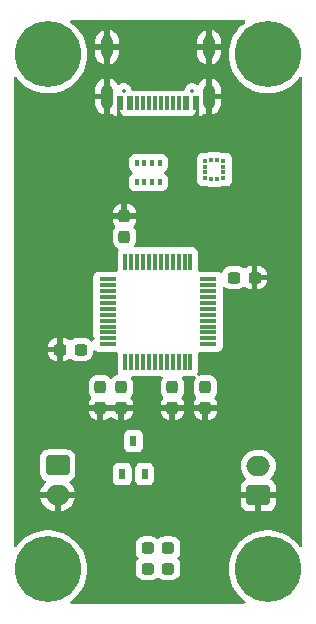
<source format=gtl>
%TF.GenerationSoftware,KiCad,Pcbnew,7.0.2*%
%TF.CreationDate,2023-08-12T21:53:34+01:00*%
%TF.ProjectId,lil-flite,6c696c2d-666c-4697-9465-2e6b69636164,rev?*%
%TF.SameCoordinates,Original*%
%TF.FileFunction,Copper,L1,Top*%
%TF.FilePolarity,Positive*%
%FSLAX46Y46*%
G04 Gerber Fmt 4.6, Leading zero omitted, Abs format (unit mm)*
G04 Created by KiCad (PCBNEW 7.0.2) date 2023-08-12 21:53:34*
%MOMM*%
%LPD*%
G01*
G04 APERTURE LIST*
G04 Aperture macros list*
%AMRoundRect*
0 Rectangle with rounded corners*
0 $1 Rounding radius*
0 $2 $3 $4 $5 $6 $7 $8 $9 X,Y pos of 4 corners*
0 Add a 4 corners polygon primitive as box body*
4,1,4,$2,$3,$4,$5,$6,$7,$8,$9,$2,$3,0*
0 Add four circle primitives for the rounded corners*
1,1,$1+$1,$2,$3*
1,1,$1+$1,$4,$5*
1,1,$1+$1,$6,$7*
1,1,$1+$1,$8,$9*
0 Add four rect primitives between the rounded corners*
20,1,$1+$1,$2,$3,$4,$5,0*
20,1,$1+$1,$4,$5,$6,$7,0*
20,1,$1+$1,$6,$7,$8,$9,0*
20,1,$1+$1,$8,$9,$2,$3,0*%
G04 Aperture macros list end*
%TA.AperFunction,ComponentPad*%
%ADD10C,3.600000*%
%TD*%
%TA.AperFunction,ConnectorPad*%
%ADD11C,5.600000*%
%TD*%
%TA.AperFunction,SMDPad,CuDef*%
%ADD12R,0.300000X1.475000*%
%TD*%
%TA.AperFunction,SMDPad,CuDef*%
%ADD13R,1.475000X0.300000*%
%TD*%
%TA.AperFunction,SMDPad,CuDef*%
%ADD14RoundRect,0.031500X-0.168500X-0.143500X0.168500X-0.143500X0.168500X0.143500X-0.168500X0.143500X0*%
%TD*%
%TA.AperFunction,SMDPad,CuDef*%
%ADD15RoundRect,0.035000X-0.140000X-0.165000X0.140000X-0.165000X0.140000X0.165000X-0.140000X0.165000X0*%
%TD*%
%TA.AperFunction,SMDPad,CuDef*%
%ADD16R,0.350000X0.500000*%
%TD*%
%TA.AperFunction,SMDPad,CuDef*%
%ADD17R,0.600000X0.900000*%
%TD*%
%TA.AperFunction,ComponentPad*%
%ADD18RoundRect,0.250000X0.750000X-0.600000X0.750000X0.600000X-0.750000X0.600000X-0.750000X-0.600000X0*%
%TD*%
%TA.AperFunction,ComponentPad*%
%ADD19O,2.000000X1.700000*%
%TD*%
%TA.AperFunction,ComponentPad*%
%ADD20RoundRect,0.250000X-0.750000X0.600000X-0.750000X-0.600000X0.750000X-0.600000X0.750000X0.600000X0*%
%TD*%
%TA.AperFunction,SMDPad,CuDef*%
%ADD21R,0.600000X1.150000*%
%TD*%
%TA.AperFunction,SMDPad,CuDef*%
%ADD22R,0.300000X1.150000*%
%TD*%
%TA.AperFunction,ComponentPad*%
%ADD23O,1.050000X2.100000*%
%TD*%
%TA.AperFunction,ComponentPad*%
%ADD24O,1.000000X2.000000*%
%TD*%
%TA.AperFunction,SMDPad,CuDef*%
%ADD25RoundRect,0.237500X-0.287500X-0.237500X0.287500X-0.237500X0.287500X0.237500X-0.287500X0.237500X0*%
%TD*%
%TA.AperFunction,SMDPad,CuDef*%
%ADD26RoundRect,0.237500X0.237500X-0.300000X0.237500X0.300000X-0.237500X0.300000X-0.237500X-0.300000X0*%
%TD*%
%TA.AperFunction,SMDPad,CuDef*%
%ADD27RoundRect,0.237500X-0.237500X0.300000X-0.237500X-0.300000X0.237500X-0.300000X0.237500X0.300000X0*%
%TD*%
%TA.AperFunction,SMDPad,CuDef*%
%ADD28RoundRect,0.237500X-0.300000X-0.237500X0.300000X-0.237500X0.300000X0.237500X-0.300000X0.237500X0*%
%TD*%
%TA.AperFunction,SMDPad,CuDef*%
%ADD29RoundRect,0.237500X0.300000X0.237500X-0.300000X0.237500X-0.300000X-0.237500X0.300000X-0.237500X0*%
%TD*%
%ADD30C,0.350000*%
%ADD31O,0.600000X1.700000*%
%ADD32O,0.600000X1.400000*%
G04 APERTURE END LIST*
D10*
%TO.P,H204,1*%
%TO.N,N/C*%
X103200000Y-96800000D03*
D11*
X103200000Y-96800000D03*
%TD*%
D10*
%TO.P,H203,1*%
%TO.N,N/C*%
X121800000Y-96800000D03*
D11*
X121800000Y-96800000D03*
%TD*%
D10*
%TO.P,H202,1*%
%TO.N,N/C*%
X103200000Y-53200000D03*
D11*
X103200000Y-53200000D03*
%TD*%
D10*
%TO.P,H201,1*%
%TO.N,N/C*%
X121800000Y-53200000D03*
D11*
X121800000Y-53200000D03*
%TD*%
D12*
%TO.P,U501,1,VBAT*%
%TO.N,VCC*%
X109750000Y-79238000D03*
%TO.P,U501,2,PC13-TAMPER-RTC*%
%TO.N,unconnected-(U501-PC13-TAMPER-RTC-Pad2)*%
X110250000Y-79238000D03*
%TO.P,U501,3,PC14-OSC32_IN*%
%TO.N,unconnected-(U501-PC14-OSC32_IN-Pad3)*%
X110750000Y-79238000D03*
%TO.P,U501,4,PC15-OSC32_OUT*%
%TO.N,unconnected-(U501-PC15-OSC32_OUT-Pad4)*%
X111250000Y-79238000D03*
%TO.P,U501,5,PD0_OSC_IN*%
%TO.N,unconnected-(U501-PD0_OSC_IN-Pad5)*%
X111750000Y-79238000D03*
%TO.P,U501,6,PD1_OSC_OUT*%
%TO.N,unconnected-(U501-PD1_OSC_OUT-Pad6)*%
X112250000Y-79238000D03*
%TO.P,U501,7,NRST*%
%TO.N,unconnected-(U501-NRST-Pad7)*%
X112750000Y-79238000D03*
%TO.P,U501,8,VSSA*%
%TO.N,GND*%
X113250000Y-79238000D03*
%TO.P,U501,9,VDDA*%
%TO.N,VCC*%
X113750000Y-79238000D03*
%TO.P,U501,10,PA0_WKUP*%
%TO.N,unconnected-(U501-PA0_WKUP-Pad10)*%
X114250000Y-79238000D03*
%TO.P,U501,11,PA1*%
%TO.N,unconnected-(U501-PA1-Pad11)*%
X114750000Y-79238000D03*
%TO.P,U501,12,PA2*%
%TO.N,unconnected-(U501-PA2-Pad12)*%
X115250000Y-79238000D03*
D13*
%TO.P,U501,13,PA3*%
%TO.N,unconnected-(U501-PA3-Pad13)*%
X116738000Y-77750000D03*
%TO.P,U501,14,PA4*%
%TO.N,unconnected-(U501-PA4-Pad14)*%
X116738000Y-77250000D03*
%TO.P,U501,15,PA5*%
%TO.N,unconnected-(U501-PA5-Pad15)*%
X116738000Y-76750000D03*
%TO.P,U501,16,PA6*%
%TO.N,unconnected-(U501-PA6-Pad16)*%
X116738000Y-76250000D03*
%TO.P,U501,17,PA7*%
%TO.N,unconnected-(U501-PA7-Pad17)*%
X116738000Y-75750000D03*
%TO.P,U501,18,PB0*%
%TO.N,unconnected-(U501-PB0-Pad18)*%
X116738000Y-75250000D03*
%TO.P,U501,19,PB1*%
%TO.N,unconnected-(U501-PB1-Pad19)*%
X116738000Y-74750000D03*
%TO.P,U501,20,PB2*%
%TO.N,unconnected-(U501-PB2-Pad20)*%
X116738000Y-74250000D03*
%TO.P,U501,21,PB10*%
%TO.N,unconnected-(U501-PB10-Pad21)*%
X116738000Y-73750000D03*
%TO.P,U501,22,PB11*%
%TO.N,unconnected-(U501-PB11-Pad22)*%
X116738000Y-73250000D03*
%TO.P,U501,23,VSS*%
%TO.N,GND*%
X116738000Y-72750000D03*
%TO.P,U501,24,VDD*%
%TO.N,VCC*%
X116738000Y-72250000D03*
D12*
%TO.P,U501,25,PB12*%
%TO.N,unconnected-(U501-PB12-Pad25)*%
X115250000Y-70762000D03*
%TO.P,U501,26,PB13*%
%TO.N,unconnected-(U501-PB13-Pad26)*%
X114750000Y-70762000D03*
%TO.P,U501,27,PB14*%
%TO.N,unconnected-(U501-PB14-Pad27)*%
X114250000Y-70762000D03*
%TO.P,U501,28,PB15*%
%TO.N,unconnected-(U501-PB15-Pad28)*%
X113750000Y-70762000D03*
%TO.P,U501,29,PA8*%
%TO.N,unconnected-(U501-PA8-Pad29)*%
X113250000Y-70762000D03*
%TO.P,U501,30,PA9*%
%TO.N,unconnected-(U501-PA9-Pad30)*%
X112750000Y-70762000D03*
%TO.P,U501,31,PA10*%
%TO.N,unconnected-(U501-PA10-Pad31)*%
X112250000Y-70762000D03*
%TO.P,U501,32,PA11*%
%TO.N,/MCU/USB.Data_-*%
X111750000Y-70762000D03*
%TO.P,U501,33,PA12*%
%TO.N,/MCU/USB.Data_+*%
X111250000Y-70762000D03*
%TO.P,U501,34,PA13*%
%TO.N,/MCU/JTAG.MS&SWDIO*%
X110750000Y-70762000D03*
%TO.P,U501,35,VSS*%
%TO.N,GND*%
X110250000Y-70762000D03*
%TO.P,U501,36,VDD*%
%TO.N,VCC*%
X109750000Y-70762000D03*
D13*
%TO.P,U501,37,PA14*%
%TO.N,/MCU/JTAG.CLK*%
X108262000Y-72250000D03*
%TO.P,U501,38,PA15*%
%TO.N,/MCU/JTAG.DI*%
X108262000Y-72750000D03*
%TO.P,U501,39,PB3*%
%TO.N,/MCU/JTAG.DO&SWO*%
X108262000Y-73250000D03*
%TO.P,U501,40,PB4*%
%TO.N,/MCU/JTAG.NJTRST*%
X108262000Y-73750000D03*
%TO.P,U501,41,PB5*%
%TO.N,unconnected-(U501-PB5-Pad41)*%
X108262000Y-74250000D03*
%TO.P,U501,42,PB6*%
%TO.N,unconnected-(U501-PB6-Pad42)*%
X108262000Y-74750000D03*
%TO.P,U501,43,PB7*%
%TO.N,unconnected-(U501-PB7-Pad43)*%
X108262000Y-75250000D03*
%TO.P,U501,44,BOOT0*%
%TO.N,unconnected-(U501-BOOT0-Pad44)*%
X108262000Y-75750000D03*
%TO.P,U501,45,PB8*%
%TO.N,unconnected-(U501-PB8-Pad45)*%
X108262000Y-76250000D03*
%TO.P,U501,46,PB9*%
%TO.N,unconnected-(U501-PB9-Pad46)*%
X108262000Y-76750000D03*
%TO.P,U501,47,VSS*%
%TO.N,GND*%
X108262000Y-77250000D03*
%TO.P,U501,48,VDD*%
%TO.N,VCC*%
X108262000Y-77750000D03*
%TD*%
D14*
%TO.P,U302,1,A5*%
%TO.N,unconnected-(U302-A5-Pad1)*%
X116497000Y-62204000D03*
%TO.P,U302,2,SDA*%
%TO.N,unconnected-(U302-SDA-Pad2)*%
X116507000Y-62704000D03*
%TO.P,U302,3,VDDIO*%
%TO.N,unconnected-(U302-VDDIO-Pad3)*%
X116507000Y-63204000D03*
%TO.P,U302,4,NC*%
%TO.N,unconnected-(U302-NC-Pad4)*%
X116497000Y-63704000D03*
D15*
%TO.P,U302,5,INTA*%
%TO.N,unconnected-(U302-INTA-Pad5)*%
X117022000Y-63719000D03*
%TO.P,U302,6,INTM*%
%TO.N,unconnected-(U302-INTM-Pad6)*%
X117522000Y-63719000D03*
D14*
%TO.P,U302,7,VDDM*%
%TO.N,unconnected-(U302-VDDM-Pad7)*%
X118047000Y-63704000D03*
%TO.P,U302,8,TM*%
%TO.N,unconnected-(U302-TM-Pad8)*%
X118037000Y-63204000D03*
%TO.P,U302,9,GND*%
%TO.N,unconnected-(U302-GND-Pad9)*%
X118037000Y-62704000D03*
%TO.P,U302,10,PM*%
%TO.N,unconnected-(U302-PM-Pad10)*%
X118047000Y-62204000D03*
D15*
%TO.P,U302,11,NC*%
%TO.N,unconnected-(U302-NC-Pad11)*%
X117522000Y-62189000D03*
%TO.P,U302,12,SCL*%
%TO.N,unconnected-(U302-SCL-Pad12)*%
X117022000Y-62189000D03*
%TD*%
D16*
%TO.P,U301,1,GND*%
%TO.N,unconnected-(U301-GND-Pad1)*%
X110709000Y-62408000D03*
%TO.P,U301,2,CSB*%
%TO.N,unconnected-(U301-CSB-Pad2)*%
X111359000Y-62408000D03*
%TO.P,U301,3,SDI*%
%TO.N,unconnected-(U301-SDI-Pad3)*%
X112009000Y-62408000D03*
%TO.P,U301,4,SCK*%
%TO.N,unconnected-(U301-SCK-Pad4)*%
X112659000Y-62408000D03*
%TO.P,U301,5,SDO*%
%TO.N,unconnected-(U301-SDO-Pad5)*%
X112659000Y-64008000D03*
%TO.P,U301,6,VDDIO*%
%TO.N,unconnected-(U301-VDDIO-Pad6)*%
X112009000Y-64008000D03*
%TO.P,U301,7,GND*%
%TO.N,unconnected-(U301-GND-Pad7)*%
X111359000Y-64008000D03*
%TO.P,U301,8,VDD*%
%TO.N,unconnected-(U301-VDD-Pad8)*%
X110709000Y-64008000D03*
%TD*%
D17*
%TO.P,PS201,1,VSS*%
%TO.N,unconnected-(PS201-VSS-Pad1)*%
X109464000Y-88738000D03*
%TO.P,PS201,2,VOUT*%
%TO.N,unconnected-(PS201-VOUT-Pad2)*%
X111364000Y-88738000D03*
%TO.P,PS201,3,VIN*%
%TO.N,unconnected-(PS201-VIN-Pad3)*%
X110414000Y-85938000D03*
%TD*%
D18*
%TO.P,J203,1,Pin_1*%
%TO.N,GND*%
X121000000Y-90540000D03*
D19*
%TO.P,J203,2,Pin_2*%
%TO.N,/Connectors + Power/RECOVERY_LED*%
X121000000Y-88040000D03*
%TD*%
%TO.P,J202,2,Pin_2*%
%TO.N,GND*%
X104000000Y-90500000D03*
D20*
%TO.P,J202,1,Pin_1*%
%TO.N,+BATT*%
X104000000Y-88000000D03*
%TD*%
D21*
%TO.P,J201,A1_B12,GND*%
%TO.N,GND*%
X115700000Y-57349218D03*
%TO.P,J201,A4_B9,VBUS*%
%TO.N,+5V*%
X114900000Y-57349218D03*
D22*
%TO.P,J201,A5,CC1*%
%TO.N,/Connectors + Power/USB.CC1*%
X113750000Y-57349218D03*
%TO.P,J201,A6,DP1*%
%TO.N,/Connectors + Power/USB.Data_+*%
X112750000Y-57349218D03*
%TO.P,J201,A7,DN1*%
%TO.N,/Connectors + Power/USB.Data_-*%
X112250000Y-57349218D03*
%TO.P,J201,A8,SBU1*%
%TO.N,unconnected-(J201-SBU1-PadA8)*%
X111250000Y-57349218D03*
D21*
%TO.P,J201,B1_A12,GND*%
%TO.N,GND*%
X109300000Y-57349218D03*
%TO.P,J201,B4_A9,VBUS*%
%TO.N,+5V*%
X110100000Y-57349218D03*
D22*
%TO.P,J201,B5,CC2*%
%TO.N,/Connectors + Power/USB.CC2*%
X110750000Y-57349218D03*
%TO.P,J201,B6,DP2*%
%TO.N,/Connectors + Power/USB.Data_+*%
X111750000Y-57349218D03*
%TO.P,J201,B7,DN2*%
%TO.N,/Connectors + Power/USB.Data_-*%
X113250000Y-57349218D03*
%TO.P,J201,B8,SBU2*%
%TO.N,unconnected-(J201-SBU2-PadB8)*%
X114250000Y-57349218D03*
D23*
%TO.P,J201,S1,SHELL_GND*%
%TO.N,GND*%
X116820000Y-56774218D03*
D24*
%TO.P,J201,S2,SHELL_GND*%
X116820000Y-52594218D03*
%TO.P,J201,S3,SHELL_GND*%
X108180000Y-52594218D03*
D23*
%TO.P,J201,S4,SHELL_GND*%
X108180000Y-56774218D03*
%TD*%
D25*
%TO.P,D501,2,A*%
%TO.N,unconnected-(D501-A-Pad2)*%
X113375000Y-96736000D03*
%TO.P,D501,1,K*%
%TO.N,unconnected-(D501-K-Pad1)*%
X111625000Y-96736000D03*
%TD*%
%TO.P,D201,1,K*%
%TO.N,unconnected-(D201-K-Pad1)*%
X111625000Y-95000000D03*
%TO.P,D201,2,A*%
%TO.N,unconnected-(D201-A-Pad2)*%
X113375000Y-95000000D03*
%TD*%
D26*
%TO.P,C408,2,-*%
%TO.N,VCC*%
X107620000Y-81395500D03*
%TO.P,C408,1,+*%
%TO.N,GND*%
X107620000Y-83120500D03*
%TD*%
%TO.P,C407,2,-*%
%TO.N,VCC*%
X116510000Y-81395500D03*
%TO.P,C407,1,+*%
%TO.N,GND*%
X116510000Y-83120500D03*
%TD*%
%TO.P,C405,1,+*%
%TO.N,GND*%
X109398000Y-83120500D03*
%TO.P,C405,2,-*%
%TO.N,VCC*%
X109398000Y-81395500D03*
%TD*%
D27*
%TO.P,C404,1,+*%
%TO.N,GND*%
X109652000Y-66917500D03*
%TO.P,C404,2,-*%
%TO.N,VCC*%
X109652000Y-68642500D03*
%TD*%
D28*
%TO.P,C403,1,+*%
%TO.N,GND*%
X104217500Y-78194000D03*
%TO.P,C403,2,-*%
%TO.N,VCC*%
X105942500Y-78194000D03*
%TD*%
D26*
%TO.P,C402,1,+*%
%TO.N,GND*%
X113716000Y-83120500D03*
%TO.P,C402,2,-*%
%TO.N,VCC*%
X113716000Y-81395500D03*
%TD*%
D29*
%TO.P,C401,2,-*%
%TO.N,VCC*%
X118949500Y-72098000D03*
%TO.P,C401,1,+*%
%TO.N,GND*%
X120674500Y-72098000D03*
%TD*%
%TA.AperFunction,Conductor*%
%TO.N,GND*%
G36*
X119859444Y-50320185D02*
G01*
X119905199Y-50372989D01*
X119915143Y-50442147D01*
X119886118Y-50505703D01*
X119867447Y-50523216D01*
X119662822Y-50678767D01*
X119662814Y-50678773D01*
X119660163Y-50680789D01*
X119657739Y-50683084D01*
X119657732Y-50683091D01*
X119402769Y-50924604D01*
X119402754Y-50924619D01*
X119400332Y-50926914D01*
X119398169Y-50929459D01*
X119398158Y-50929472D01*
X119170808Y-51197130D01*
X119170802Y-51197137D01*
X119168635Y-51199689D01*
X119166755Y-51202461D01*
X119166748Y-51202471D01*
X118969679Y-51493126D01*
X118969671Y-51493138D01*
X118967789Y-51495915D01*
X118966214Y-51498885D01*
X118966212Y-51498889D01*
X118801722Y-51809148D01*
X118801717Y-51809157D01*
X118800147Y-51812120D01*
X118798906Y-51815232D01*
X118798902Y-51815243D01*
X118668924Y-52141464D01*
X118667676Y-52144597D01*
X118666775Y-52147841D01*
X118666773Y-52147848D01*
X118572828Y-52486209D01*
X118571929Y-52489448D01*
X118571388Y-52492747D01*
X118571384Y-52492766D01*
X118514573Y-52839302D01*
X118514028Y-52842629D01*
X118513846Y-52845979D01*
X118513845Y-52845992D01*
X118497808Y-53141788D01*
X118494652Y-53200000D01*
X118494834Y-53203356D01*
X118513845Y-53554007D01*
X118513846Y-53554018D01*
X118514028Y-53557371D01*
X118514572Y-53560692D01*
X118514573Y-53560697D01*
X118571384Y-53907233D01*
X118571387Y-53907248D01*
X118571929Y-53910552D01*
X118572827Y-53913789D01*
X118572828Y-53913790D01*
X118615445Y-54067285D01*
X118667676Y-54255403D01*
X118800147Y-54587880D01*
X118967789Y-54904085D01*
X118969676Y-54906868D01*
X118969679Y-54906873D01*
X119152621Y-55176692D01*
X119168635Y-55200311D01*
X119400332Y-55473086D01*
X119402763Y-55475389D01*
X119402769Y-55475395D01*
X119450835Y-55520925D01*
X119660163Y-55719211D01*
X119945081Y-55935800D01*
X120251747Y-56120315D01*
X120576565Y-56270591D01*
X120915726Y-56384868D01*
X121265254Y-56461805D01*
X121621052Y-56500500D01*
X121624410Y-56500500D01*
X121975590Y-56500500D01*
X121978948Y-56500500D01*
X122334746Y-56461805D01*
X122684274Y-56384868D01*
X123023435Y-56270591D01*
X123348253Y-56120315D01*
X123654919Y-55935800D01*
X123939837Y-55719211D01*
X124199668Y-55473086D01*
X124431365Y-55200311D01*
X124472868Y-55139098D01*
X124526781Y-55094659D01*
X124596163Y-55086421D01*
X124658985Y-55117001D01*
X124695301Y-55176692D01*
X124699500Y-55208687D01*
X124699500Y-94791312D01*
X124679815Y-94858351D01*
X124627011Y-94904106D01*
X124557853Y-94914050D01*
X124494297Y-94885025D01*
X124472867Y-94860900D01*
X124471139Y-94858351D01*
X124431365Y-94799689D01*
X124199668Y-94526914D01*
X124197235Y-94524609D01*
X124197230Y-94524604D01*
X123961860Y-94301650D01*
X123939837Y-94280789D01*
X123654919Y-94064200D01*
X123652045Y-94062471D01*
X123652041Y-94062468D01*
X123351135Y-93881419D01*
X123351134Y-93881418D01*
X123348253Y-93879685D01*
X123345197Y-93878271D01*
X123026490Y-93730822D01*
X123026483Y-93730819D01*
X123023435Y-93729409D01*
X122935005Y-93699613D01*
X122687457Y-93616204D01*
X122687448Y-93616201D01*
X122684274Y-93615132D01*
X122681006Y-93614412D01*
X122680993Y-93614409D01*
X122338033Y-93538918D01*
X122338023Y-93538916D01*
X122334746Y-93538195D01*
X121978948Y-93499500D01*
X121621052Y-93499500D01*
X121617715Y-93499862D01*
X121617713Y-93499863D01*
X121268600Y-93537831D01*
X121268598Y-93537831D01*
X121265254Y-93538195D01*
X121261979Y-93538915D01*
X121261966Y-93538918D01*
X120919006Y-93614409D01*
X120918988Y-93614413D01*
X120915726Y-93615132D01*
X120912555Y-93616200D01*
X120912542Y-93616204D01*
X120579752Y-93728335D01*
X120579749Y-93728336D01*
X120576565Y-93729409D01*
X120573522Y-93730816D01*
X120573509Y-93730822D01*
X120254802Y-93878271D01*
X120254792Y-93878275D01*
X120251747Y-93879685D01*
X120248873Y-93881414D01*
X120248864Y-93881419D01*
X119947958Y-94062468D01*
X119947945Y-94062476D01*
X119945081Y-94064200D01*
X119942423Y-94066220D01*
X119942412Y-94066228D01*
X119662822Y-94278767D01*
X119662814Y-94278773D01*
X119660163Y-94280789D01*
X119657739Y-94283084D01*
X119657732Y-94283091D01*
X119402769Y-94524604D01*
X119402754Y-94524619D01*
X119400332Y-94526914D01*
X119398169Y-94529459D01*
X119398158Y-94529472D01*
X119170808Y-94797130D01*
X119170802Y-94797137D01*
X119168635Y-94799689D01*
X119166755Y-94802461D01*
X119166748Y-94802471D01*
X118969679Y-95093126D01*
X118969671Y-95093138D01*
X118967789Y-95095915D01*
X118966214Y-95098885D01*
X118966212Y-95098889D01*
X118801722Y-95409148D01*
X118801717Y-95409157D01*
X118800147Y-95412120D01*
X118798906Y-95415232D01*
X118798902Y-95415243D01*
X118668924Y-95741464D01*
X118667676Y-95744597D01*
X118666775Y-95747841D01*
X118666773Y-95747848D01*
X118584213Y-96045205D01*
X118571929Y-96089448D01*
X118571388Y-96092747D01*
X118571384Y-96092766D01*
X118529501Y-96348246D01*
X118514028Y-96442629D01*
X118513846Y-96445979D01*
X118513845Y-96445992D01*
X118513494Y-96452471D01*
X118494652Y-96800000D01*
X118494834Y-96803356D01*
X118513845Y-97154007D01*
X118513846Y-97154018D01*
X118514028Y-97157371D01*
X118514572Y-97160692D01*
X118514573Y-97160697D01*
X118571384Y-97507233D01*
X118571387Y-97507248D01*
X118571929Y-97510552D01*
X118667676Y-97855403D01*
X118800147Y-98187880D01*
X118967789Y-98504085D01*
X118969676Y-98506868D01*
X118969679Y-98506873D01*
X119152621Y-98776692D01*
X119168635Y-98800311D01*
X119400332Y-99073086D01*
X119402763Y-99075389D01*
X119402769Y-99075395D01*
X119581622Y-99244813D01*
X119660163Y-99319211D01*
X119662822Y-99321232D01*
X119867447Y-99476784D01*
X119908904Y-99533026D01*
X119913373Y-99602752D01*
X119879436Y-99663826D01*
X119817868Y-99696858D01*
X119792405Y-99699500D01*
X105207595Y-99699500D01*
X105140556Y-99679815D01*
X105094801Y-99627011D01*
X105084857Y-99557853D01*
X105113882Y-99494297D01*
X105132553Y-99476784D01*
X105339837Y-99319211D01*
X105599668Y-99073086D01*
X105831365Y-98800311D01*
X106032211Y-98504085D01*
X106199853Y-98187880D01*
X106332324Y-97855403D01*
X106428071Y-97510552D01*
X106485972Y-97157371D01*
X106493445Y-97019545D01*
X110599500Y-97019545D01*
X110599501Y-97022676D01*
X110599820Y-97025808D01*
X110599821Y-97025809D01*
X110609825Y-97123752D01*
X110664091Y-97287515D01*
X110754661Y-97434352D01*
X110876647Y-97556338D01*
X111023484Y-97646908D01*
X111187246Y-97701174D01*
X111285190Y-97711180D01*
X111285191Y-97711180D01*
X111288323Y-97711500D01*
X111961676Y-97711499D01*
X112062753Y-97701174D01*
X112226516Y-97646908D01*
X112373350Y-97556340D01*
X112412318Y-97517371D01*
X112473641Y-97483886D01*
X112543332Y-97488870D01*
X112587682Y-97517372D01*
X112626647Y-97556338D01*
X112773484Y-97646908D01*
X112937246Y-97701174D01*
X113035190Y-97711180D01*
X113035191Y-97711180D01*
X113038323Y-97711500D01*
X113711676Y-97711499D01*
X113812753Y-97701174D01*
X113976516Y-97646908D01*
X114123350Y-97556340D01*
X114245340Y-97434350D01*
X114335908Y-97287516D01*
X114390174Y-97123753D01*
X114400500Y-97022677D01*
X114400499Y-96449324D01*
X114390174Y-96348247D01*
X114335908Y-96184484D01*
X114245340Y-96037650D01*
X114163369Y-95955679D01*
X114129886Y-95894359D01*
X114134870Y-95824667D01*
X114163369Y-95780320D01*
X114245340Y-95698350D01*
X114335908Y-95551516D01*
X114390174Y-95387753D01*
X114400500Y-95286677D01*
X114400499Y-94713324D01*
X114390174Y-94612247D01*
X114335908Y-94448484D01*
X114245340Y-94301650D01*
X114245339Y-94301649D01*
X114245338Y-94301647D01*
X114123352Y-94179661D01*
X113976515Y-94089091D01*
X113812753Y-94034825D01*
X113714809Y-94024819D01*
X113714790Y-94024818D01*
X113711677Y-94024500D01*
X113708528Y-94024500D01*
X113041473Y-94024500D01*
X113041453Y-94024500D01*
X113038324Y-94024501D01*
X113035192Y-94024820D01*
X113035190Y-94024821D01*
X112937247Y-94034825D01*
X112773484Y-94089091D01*
X112626647Y-94179661D01*
X112587681Y-94218628D01*
X112526358Y-94252113D01*
X112456666Y-94247129D01*
X112412319Y-94218628D01*
X112373352Y-94179661D01*
X112226515Y-94089091D01*
X112062753Y-94034825D01*
X111964809Y-94024819D01*
X111964790Y-94024818D01*
X111961677Y-94024500D01*
X111958528Y-94024500D01*
X111291473Y-94024500D01*
X111291453Y-94024500D01*
X111288324Y-94024501D01*
X111285192Y-94024820D01*
X111285190Y-94024821D01*
X111187247Y-94034825D01*
X111023484Y-94089091D01*
X110876647Y-94179661D01*
X110754661Y-94301647D01*
X110664091Y-94448484D01*
X110609825Y-94612246D01*
X110599819Y-94710190D01*
X110599817Y-94710210D01*
X110599500Y-94713323D01*
X110599500Y-94716470D01*
X110599500Y-94716471D01*
X110599500Y-95283526D01*
X110599500Y-95283545D01*
X110599501Y-95286676D01*
X110599820Y-95289808D01*
X110599821Y-95289809D01*
X110609825Y-95387752D01*
X110664091Y-95551515D01*
X110754661Y-95698352D01*
X110836628Y-95780319D01*
X110870113Y-95841642D01*
X110865129Y-95911334D01*
X110836628Y-95955681D01*
X110754661Y-96037647D01*
X110664091Y-96184484D01*
X110609825Y-96348246D01*
X110599819Y-96446190D01*
X110599817Y-96446210D01*
X110599500Y-96449323D01*
X110599500Y-96452470D01*
X110599500Y-96452471D01*
X110599500Y-97019526D01*
X110599500Y-97019545D01*
X106493445Y-97019545D01*
X106505348Y-96800000D01*
X106485972Y-96442629D01*
X106428071Y-96089448D01*
X106332324Y-95744597D01*
X106199853Y-95412120D01*
X106032211Y-95095915D01*
X105831365Y-94799689D01*
X105599668Y-94526914D01*
X105597235Y-94524609D01*
X105597230Y-94524604D01*
X105361860Y-94301650D01*
X105339837Y-94280789D01*
X105054919Y-94064200D01*
X105052045Y-94062471D01*
X105052041Y-94062468D01*
X104751135Y-93881419D01*
X104751134Y-93881418D01*
X104748253Y-93879685D01*
X104745197Y-93878271D01*
X104426490Y-93730822D01*
X104426483Y-93730819D01*
X104423435Y-93729409D01*
X104335005Y-93699613D01*
X104087457Y-93616204D01*
X104087448Y-93616201D01*
X104084274Y-93615132D01*
X104081006Y-93614412D01*
X104080993Y-93614409D01*
X103738033Y-93538918D01*
X103738023Y-93538916D01*
X103734746Y-93538195D01*
X103378948Y-93499500D01*
X103021052Y-93499500D01*
X103017715Y-93499862D01*
X103017713Y-93499863D01*
X102668600Y-93537831D01*
X102668598Y-93537831D01*
X102665254Y-93538195D01*
X102661979Y-93538915D01*
X102661966Y-93538918D01*
X102319006Y-93614409D01*
X102318988Y-93614413D01*
X102315726Y-93615132D01*
X102312555Y-93616200D01*
X102312542Y-93616204D01*
X101979752Y-93728335D01*
X101979749Y-93728336D01*
X101976565Y-93729409D01*
X101973522Y-93730816D01*
X101973509Y-93730822D01*
X101654802Y-93878271D01*
X101654792Y-93878275D01*
X101651747Y-93879685D01*
X101648873Y-93881414D01*
X101648864Y-93881419D01*
X101347958Y-94062468D01*
X101347945Y-94062476D01*
X101345081Y-94064200D01*
X101342423Y-94066220D01*
X101342412Y-94066228D01*
X101062822Y-94278767D01*
X101062814Y-94278773D01*
X101060163Y-94280789D01*
X101057739Y-94283084D01*
X101057732Y-94283091D01*
X100802769Y-94524604D01*
X100802754Y-94524619D01*
X100800332Y-94526914D01*
X100798169Y-94529459D01*
X100798158Y-94529472D01*
X100570808Y-94797130D01*
X100570802Y-94797137D01*
X100568635Y-94799689D01*
X100566755Y-94802460D01*
X100566754Y-94802463D01*
X100527133Y-94860900D01*
X100473218Y-94905341D01*
X100403836Y-94913578D01*
X100341014Y-94882997D01*
X100304699Y-94823306D01*
X100300500Y-94791312D01*
X100300500Y-88646878D01*
X102499500Y-88646878D01*
X102499501Y-88650008D01*
X102499820Y-88653140D01*
X102499821Y-88653141D01*
X102510000Y-88752796D01*
X102565186Y-88919334D01*
X102657288Y-89068657D01*
X102781342Y-89192711D01*
X102936558Y-89288448D01*
X102983283Y-89340396D01*
X102994506Y-89409358D01*
X102966663Y-89473440D01*
X102959144Y-89481668D01*
X102811890Y-89628922D01*
X102676399Y-89822423D01*
X102576569Y-90036507D01*
X102519364Y-90249999D01*
X102519364Y-90250000D01*
X103566314Y-90250000D01*
X103540507Y-90290156D01*
X103500000Y-90428111D01*
X103500000Y-90571889D01*
X103540507Y-90709844D01*
X103566314Y-90750000D01*
X102519364Y-90750000D01*
X102576569Y-90963492D01*
X102676400Y-91177578D01*
X102811890Y-91371078D01*
X102978921Y-91538109D01*
X103172421Y-91673599D01*
X103386507Y-91773430D01*
X103614681Y-91834569D01*
X103749999Y-91846407D01*
X103750000Y-91846407D01*
X103750000Y-90935501D01*
X103857685Y-90984680D01*
X103964237Y-91000000D01*
X104035763Y-91000000D01*
X104142315Y-90984680D01*
X104250000Y-90935501D01*
X104250000Y-91846407D01*
X104385318Y-91834569D01*
X104613492Y-91773430D01*
X104827578Y-91673599D01*
X105021078Y-91538109D01*
X105188106Y-91371081D01*
X105323600Y-91177576D01*
X105423430Y-90963492D01*
X105480636Y-90750000D01*
X104433686Y-90750000D01*
X104459493Y-90709844D01*
X104500000Y-90571889D01*
X104500000Y-90428111D01*
X104459493Y-90290156D01*
X104433686Y-90250000D01*
X105480636Y-90250000D01*
X105480635Y-90249999D01*
X105423430Y-90036507D01*
X105323599Y-89822421D01*
X105188109Y-89628921D01*
X105040856Y-89481668D01*
X105007371Y-89420345D01*
X105012355Y-89350653D01*
X105054227Y-89294720D01*
X105063441Y-89288448D01*
X105069331Y-89284814D01*
X105069334Y-89284814D01*
X105154023Y-89232578D01*
X108663500Y-89232578D01*
X108663501Y-89235872D01*
X108669909Y-89295483D01*
X108720204Y-89430331D01*
X108806454Y-89545546D01*
X108921669Y-89631796D01*
X109056517Y-89682091D01*
X109116127Y-89688500D01*
X109811872Y-89688499D01*
X109871483Y-89682091D01*
X110006331Y-89631796D01*
X110121546Y-89545546D01*
X110207796Y-89430331D01*
X110258091Y-89295483D01*
X110264500Y-89235873D01*
X110264500Y-89232578D01*
X110563500Y-89232578D01*
X110563501Y-89235872D01*
X110569909Y-89295483D01*
X110620204Y-89430331D01*
X110706454Y-89545546D01*
X110821669Y-89631796D01*
X110956517Y-89682091D01*
X111016127Y-89688500D01*
X111711872Y-89688499D01*
X111771483Y-89682091D01*
X111906331Y-89631796D01*
X112021546Y-89545546D01*
X112107796Y-89430331D01*
X112158091Y-89295483D01*
X112164500Y-89235873D01*
X112164499Y-88240128D01*
X112158091Y-88180517D01*
X112107796Y-88045669D01*
X112103552Y-88040000D01*
X119494340Y-88040000D01*
X119514936Y-88275407D01*
X119576097Y-88503663D01*
X119675965Y-88717829D01*
X119811505Y-88911401D01*
X119959068Y-89058964D01*
X119992553Y-89120287D01*
X119987569Y-89189979D01*
X119945697Y-89245912D01*
X119936484Y-89252184D01*
X119781653Y-89347684D01*
X119657683Y-89471654D01*
X119565642Y-89620877D01*
X119510493Y-89787303D01*
X119500319Y-89886890D01*
X119500000Y-89893168D01*
X119500000Y-90290000D01*
X120566314Y-90290000D01*
X120540507Y-90330156D01*
X120500000Y-90468111D01*
X120500000Y-90611889D01*
X120540507Y-90749844D01*
X120566314Y-90790000D01*
X119500001Y-90790000D01*
X119500001Y-91186829D01*
X119500321Y-91193111D01*
X119510493Y-91292695D01*
X119565642Y-91459122D01*
X119657683Y-91608345D01*
X119781654Y-91732316D01*
X119930877Y-91824357D01*
X120097303Y-91879506D01*
X120196890Y-91889680D01*
X120203168Y-91889999D01*
X120749999Y-91889999D01*
X120750000Y-91889998D01*
X120750000Y-90975501D01*
X120857685Y-91024680D01*
X120964237Y-91040000D01*
X121035763Y-91040000D01*
X121142315Y-91024680D01*
X121249999Y-90975501D01*
X121249999Y-91889999D01*
X121796829Y-91889999D01*
X121803111Y-91889678D01*
X121902695Y-91879506D01*
X122069122Y-91824357D01*
X122218345Y-91732316D01*
X122342316Y-91608345D01*
X122434357Y-91459122D01*
X122489506Y-91292696D01*
X122499680Y-91193109D01*
X122500000Y-91186831D01*
X122500000Y-90790000D01*
X121433686Y-90790000D01*
X121459493Y-90749844D01*
X121500000Y-90611889D01*
X121500000Y-90468111D01*
X121459493Y-90330156D01*
X121433686Y-90290000D01*
X122499999Y-90290000D01*
X122499999Y-89893170D01*
X122499678Y-89886888D01*
X122489506Y-89787304D01*
X122434357Y-89620877D01*
X122342316Y-89471654D01*
X122218346Y-89347684D01*
X122063515Y-89252184D01*
X122016791Y-89200236D01*
X122005568Y-89131273D01*
X122033412Y-89067191D01*
X122040909Y-89058986D01*
X122188495Y-88911401D01*
X122324035Y-88717830D01*
X122423903Y-88503663D01*
X122485063Y-88275408D01*
X122505659Y-88040000D01*
X122485063Y-87804592D01*
X122423903Y-87576337D01*
X122324035Y-87362171D01*
X122188495Y-87168599D01*
X122021401Y-87001505D01*
X121827829Y-86865965D01*
X121613663Y-86766097D01*
X121385407Y-86704936D01*
X121211667Y-86689736D01*
X121211659Y-86689735D01*
X121208966Y-86689500D01*
X120791034Y-86689500D01*
X120788341Y-86689735D01*
X120788332Y-86689736D01*
X120614592Y-86704936D01*
X120386336Y-86766097D01*
X120172170Y-86865965D01*
X119978598Y-87001505D01*
X119811508Y-87168595D01*
X119811505Y-87168598D01*
X119811505Y-87168599D01*
X119684493Y-87349992D01*
X119675964Y-87362172D01*
X119576097Y-87576337D01*
X119514936Y-87804592D01*
X119494340Y-88040000D01*
X112103552Y-88040000D01*
X112021546Y-87930454D01*
X111906331Y-87844204D01*
X111771483Y-87793909D01*
X111711873Y-87787500D01*
X111708550Y-87787500D01*
X111019439Y-87787500D01*
X111019420Y-87787500D01*
X111016128Y-87787501D01*
X111012848Y-87787853D01*
X111012840Y-87787854D01*
X110956515Y-87793909D01*
X110821669Y-87844204D01*
X110706454Y-87930454D01*
X110620204Y-88045668D01*
X110569910Y-88180515D01*
X110569909Y-88180517D01*
X110563500Y-88240127D01*
X110563500Y-88243448D01*
X110563500Y-88243449D01*
X110563500Y-89232560D01*
X110563500Y-89232578D01*
X110264500Y-89232578D01*
X110264499Y-88240128D01*
X110258091Y-88180517D01*
X110207796Y-88045669D01*
X110121546Y-87930454D01*
X110006331Y-87844204D01*
X109871483Y-87793909D01*
X109811873Y-87787500D01*
X109808550Y-87787500D01*
X109119439Y-87787500D01*
X109119420Y-87787500D01*
X109116128Y-87787501D01*
X109112848Y-87787853D01*
X109112840Y-87787854D01*
X109056515Y-87793909D01*
X108921669Y-87844204D01*
X108806454Y-87930454D01*
X108720204Y-88045668D01*
X108669910Y-88180515D01*
X108669909Y-88180517D01*
X108663500Y-88240127D01*
X108663500Y-88243448D01*
X108663500Y-88243449D01*
X108663500Y-89232560D01*
X108663500Y-89232578D01*
X105154023Y-89232578D01*
X105218656Y-89192712D01*
X105342712Y-89068656D01*
X105434814Y-88919334D01*
X105489999Y-88752797D01*
X105500500Y-88650009D01*
X105500499Y-87349992D01*
X105489999Y-87247203D01*
X105434814Y-87080666D01*
X105342712Y-86931344D01*
X105342711Y-86931342D01*
X105218657Y-86807288D01*
X105069334Y-86715186D01*
X104902797Y-86660000D01*
X104803141Y-86649819D01*
X104803122Y-86649818D01*
X104800009Y-86649500D01*
X104796860Y-86649500D01*
X103203140Y-86649500D01*
X103203120Y-86649500D01*
X103199992Y-86649501D01*
X103196860Y-86649820D01*
X103196858Y-86649821D01*
X103097203Y-86660000D01*
X102930665Y-86715186D01*
X102781342Y-86807288D01*
X102657288Y-86931342D01*
X102565186Y-87080665D01*
X102510000Y-87247202D01*
X102499819Y-87346858D01*
X102499817Y-87346878D01*
X102499500Y-87349991D01*
X102499500Y-87353138D01*
X102499500Y-87353139D01*
X102499500Y-88646859D01*
X102499500Y-88646878D01*
X100300500Y-88646878D01*
X100300500Y-86432578D01*
X109613500Y-86432578D01*
X109613501Y-86435872D01*
X109619909Y-86495483D01*
X109670204Y-86630331D01*
X109756454Y-86745546D01*
X109871669Y-86831796D01*
X110006517Y-86882091D01*
X110066127Y-86888500D01*
X110761872Y-86888499D01*
X110821483Y-86882091D01*
X110956331Y-86831796D01*
X111071546Y-86745546D01*
X111157796Y-86630331D01*
X111208091Y-86495483D01*
X111214500Y-86435873D01*
X111214499Y-85440128D01*
X111208091Y-85380517D01*
X111157796Y-85245669D01*
X111071546Y-85130454D01*
X110956331Y-85044204D01*
X110821483Y-84993909D01*
X110761873Y-84987500D01*
X110758550Y-84987500D01*
X110069439Y-84987500D01*
X110069420Y-84987500D01*
X110066128Y-84987501D01*
X110062848Y-84987853D01*
X110062840Y-84987854D01*
X110006515Y-84993909D01*
X109871669Y-85044204D01*
X109756454Y-85130454D01*
X109670204Y-85245668D01*
X109619910Y-85380515D01*
X109619909Y-85380517D01*
X109613500Y-85440127D01*
X109613500Y-85443448D01*
X109613500Y-85443449D01*
X109613500Y-86432560D01*
X109613500Y-86432578D01*
X100300500Y-86432578D01*
X100300500Y-83370500D01*
X106645001Y-83370500D01*
X106645001Y-83466497D01*
X106645321Y-83472779D01*
X106655318Y-83570650D01*
X106709546Y-83734301D01*
X106800056Y-83881040D01*
X106921959Y-84002943D01*
X107068698Y-84093453D01*
X107232348Y-84147681D01*
X107330203Y-84157678D01*
X107336519Y-84157999D01*
X107370000Y-84157999D01*
X107370000Y-83370500D01*
X107870000Y-83370500D01*
X107870000Y-84157999D01*
X107903497Y-84157999D01*
X107909779Y-84157678D01*
X108007650Y-84147681D01*
X108171301Y-84093453D01*
X108318037Y-84002944D01*
X108421318Y-83899664D01*
X108482641Y-83866179D01*
X108552333Y-83871163D01*
X108596682Y-83899664D01*
X108699962Y-84002944D01*
X108846698Y-84093453D01*
X109010348Y-84147681D01*
X109108203Y-84157678D01*
X109114519Y-84157999D01*
X109148000Y-84157999D01*
X109148000Y-83370500D01*
X109648000Y-83370500D01*
X109648000Y-84157999D01*
X109681497Y-84157999D01*
X109687779Y-84157678D01*
X109785650Y-84147681D01*
X109949301Y-84093453D01*
X110096040Y-84002943D01*
X110217943Y-83881040D01*
X110308453Y-83734301D01*
X110362681Y-83570651D01*
X110372680Y-83472777D01*
X110373000Y-83466499D01*
X110373000Y-83370500D01*
X112741001Y-83370500D01*
X112741001Y-83466497D01*
X112741321Y-83472779D01*
X112751318Y-83570650D01*
X112805546Y-83734301D01*
X112896056Y-83881040D01*
X113017959Y-84002943D01*
X113164698Y-84093453D01*
X113328348Y-84147681D01*
X113426203Y-84157678D01*
X113432519Y-84157999D01*
X113466000Y-84157999D01*
X113466000Y-83370500D01*
X113965999Y-83370500D01*
X113965999Y-84157998D01*
X113966000Y-84157999D01*
X113999497Y-84157999D01*
X114005779Y-84157678D01*
X114103650Y-84147681D01*
X114267301Y-84093453D01*
X114414040Y-84002943D01*
X114535943Y-83881040D01*
X114626453Y-83734301D01*
X114680681Y-83570651D01*
X114690680Y-83472777D01*
X114691000Y-83466499D01*
X114691000Y-83370500D01*
X115535001Y-83370500D01*
X115535001Y-83466497D01*
X115535321Y-83472779D01*
X115545318Y-83570650D01*
X115599546Y-83734301D01*
X115690056Y-83881040D01*
X115811959Y-84002943D01*
X115958698Y-84093453D01*
X116122348Y-84147681D01*
X116220203Y-84157678D01*
X116226519Y-84157999D01*
X116260000Y-84157999D01*
X116260000Y-83370500D01*
X116760000Y-83370500D01*
X116760000Y-84157999D01*
X116793497Y-84157999D01*
X116799779Y-84157678D01*
X116897650Y-84147681D01*
X117061301Y-84093453D01*
X117208040Y-84002943D01*
X117329943Y-83881040D01*
X117420453Y-83734301D01*
X117474681Y-83570651D01*
X117484680Y-83472777D01*
X117485000Y-83466499D01*
X117485000Y-83370500D01*
X116760000Y-83370500D01*
X116260000Y-83370500D01*
X115535001Y-83370500D01*
X114691000Y-83370500D01*
X113965999Y-83370500D01*
X113466000Y-83370500D01*
X112741001Y-83370500D01*
X110373000Y-83370500D01*
X109648000Y-83370500D01*
X109148000Y-83370500D01*
X107870000Y-83370500D01*
X107370000Y-83370500D01*
X106645001Y-83370500D01*
X100300500Y-83370500D01*
X100300500Y-78444000D01*
X103180001Y-78444000D01*
X103180001Y-78477497D01*
X103180321Y-78483779D01*
X103190318Y-78581650D01*
X103244546Y-78745301D01*
X103335056Y-78892040D01*
X103456959Y-79013943D01*
X103603698Y-79104453D01*
X103767348Y-79158681D01*
X103865222Y-79168680D01*
X103871500Y-79168999D01*
X104467500Y-79168999D01*
X104563497Y-79168999D01*
X104569779Y-79168678D01*
X104667650Y-79158681D01*
X104831304Y-79104452D01*
X104978036Y-79013945D01*
X104991963Y-79000019D01*
X105053285Y-78966532D01*
X105122977Y-78971515D01*
X105167329Y-79000018D01*
X105181650Y-79014340D01*
X105327745Y-79104452D01*
X105328484Y-79104908D01*
X105492246Y-79159174D01*
X105590190Y-79169180D01*
X105590191Y-79169180D01*
X105593323Y-79169500D01*
X106291676Y-79169499D01*
X106392753Y-79159174D01*
X106556516Y-79104908D01*
X106703350Y-79014340D01*
X106825340Y-78892350D01*
X106915908Y-78745516D01*
X106970174Y-78581753D01*
X106980500Y-78480677D01*
X106980499Y-78365686D01*
X107000183Y-78298649D01*
X107052987Y-78252894D01*
X107122145Y-78242950D01*
X107178808Y-78266420D01*
X107282169Y-78343796D01*
X107417017Y-78394091D01*
X107476627Y-78400500D01*
X108975500Y-78400499D01*
X109042539Y-78420184D01*
X109088294Y-78472987D01*
X109099500Y-78524499D01*
X109099500Y-80020060D01*
X109099500Y-80020078D01*
X109099501Y-80023372D01*
X109099853Y-80026652D01*
X109099854Y-80026659D01*
X109105909Y-80082984D01*
X109148650Y-80197577D01*
X109153634Y-80267268D01*
X109120149Y-80328591D01*
X109058826Y-80362076D01*
X109045071Y-80364268D01*
X109010247Y-80367825D01*
X108846484Y-80422091D01*
X108699647Y-80512661D01*
X108596681Y-80615628D01*
X108535358Y-80649113D01*
X108465666Y-80644129D01*
X108421319Y-80615628D01*
X108318352Y-80512661D01*
X108171515Y-80422091D01*
X108007753Y-80367825D01*
X107909809Y-80357819D01*
X107909790Y-80357818D01*
X107906677Y-80357500D01*
X107903528Y-80357500D01*
X107336473Y-80357500D01*
X107336453Y-80357500D01*
X107333324Y-80357501D01*
X107330192Y-80357820D01*
X107330190Y-80357821D01*
X107232247Y-80367825D01*
X107068484Y-80422091D01*
X106921647Y-80512661D01*
X106799661Y-80634647D01*
X106709091Y-80781484D01*
X106654825Y-80945246D01*
X106644819Y-81043190D01*
X106644817Y-81043210D01*
X106644500Y-81046323D01*
X106644500Y-81049470D01*
X106644500Y-81049471D01*
X106644500Y-81741526D01*
X106644500Y-81741545D01*
X106644501Y-81744676D01*
X106644820Y-81747808D01*
X106644821Y-81747809D01*
X106654825Y-81845752D01*
X106709091Y-82009515D01*
X106799661Y-82156352D01*
X106813981Y-82170672D01*
X106847466Y-82231995D01*
X106842482Y-82301687D01*
X106813983Y-82346032D01*
X106800057Y-82359958D01*
X106709546Y-82506698D01*
X106655318Y-82670348D01*
X106645319Y-82768222D01*
X106645000Y-82774500D01*
X106645000Y-82870500D01*
X110372999Y-82870500D01*
X110372999Y-82774502D01*
X110372678Y-82768220D01*
X110362681Y-82670349D01*
X110308453Y-82506698D01*
X110217943Y-82359959D01*
X110204018Y-82346034D01*
X110170533Y-82284711D01*
X110175517Y-82215019D01*
X110204020Y-82170670D01*
X110204020Y-82170669D01*
X110218340Y-82156350D01*
X110308908Y-82009516D01*
X110363174Y-81845753D01*
X110373500Y-81744677D01*
X110373499Y-81046324D01*
X110363174Y-80945247D01*
X110308908Y-80781484D01*
X110237118Y-80665095D01*
X110218679Y-80597703D01*
X110239602Y-80531040D01*
X110293244Y-80486270D01*
X110342656Y-80475999D01*
X110447872Y-80475999D01*
X110486744Y-80471820D01*
X110513252Y-80471820D01*
X110552127Y-80476000D01*
X110947872Y-80475999D01*
X110986744Y-80471820D01*
X111013252Y-80471820D01*
X111052127Y-80476000D01*
X111447872Y-80475999D01*
X111486744Y-80471820D01*
X111513252Y-80471820D01*
X111552127Y-80476000D01*
X111947872Y-80475999D01*
X111986744Y-80471820D01*
X112013252Y-80471820D01*
X112052127Y-80476000D01*
X112447872Y-80475999D01*
X112486744Y-80471820D01*
X112513252Y-80471820D01*
X112552127Y-80476000D01*
X112771341Y-80475999D01*
X112838380Y-80495683D01*
X112884135Y-80548487D01*
X112894079Y-80617645D01*
X112876880Y-80665095D01*
X112805092Y-80781482D01*
X112750825Y-80945246D01*
X112740819Y-81043190D01*
X112740817Y-81043210D01*
X112740500Y-81046323D01*
X112740500Y-81049470D01*
X112740500Y-81049471D01*
X112740500Y-81741526D01*
X112740500Y-81741545D01*
X112740501Y-81744676D01*
X112740820Y-81747808D01*
X112740821Y-81747809D01*
X112750825Y-81845752D01*
X112805091Y-82009515D01*
X112895661Y-82156352D01*
X112909981Y-82170672D01*
X112943466Y-82231995D01*
X112938482Y-82301687D01*
X112909983Y-82346032D01*
X112896057Y-82359958D01*
X112805546Y-82506698D01*
X112751318Y-82670348D01*
X112741319Y-82768222D01*
X112741000Y-82774500D01*
X112741000Y-82870500D01*
X114690999Y-82870500D01*
X114690999Y-82774502D01*
X114690678Y-82768220D01*
X114680681Y-82670349D01*
X114626453Y-82506698D01*
X114535943Y-82359959D01*
X114522018Y-82346034D01*
X114488533Y-82284711D01*
X114493517Y-82215019D01*
X114522020Y-82170670D01*
X114522019Y-82170669D01*
X114536340Y-82156350D01*
X114626908Y-82009516D01*
X114681174Y-81845753D01*
X114691500Y-81744677D01*
X114691499Y-81046324D01*
X114681174Y-80945247D01*
X114626908Y-80781484D01*
X114555118Y-80665095D01*
X114536679Y-80597703D01*
X114557602Y-80531040D01*
X114611244Y-80486270D01*
X114660654Y-80475999D01*
X114947872Y-80475999D01*
X114986744Y-80471820D01*
X115013252Y-80471820D01*
X115052127Y-80476000D01*
X115447872Y-80475999D01*
X115507483Y-80469591D01*
X115537745Y-80458303D01*
X115607434Y-80453318D01*
X115668758Y-80486802D01*
X115702244Y-80548125D01*
X115697261Y-80617816D01*
X115686617Y-80639581D01*
X115599092Y-80781482D01*
X115544825Y-80945246D01*
X115534819Y-81043190D01*
X115534817Y-81043210D01*
X115534500Y-81046323D01*
X115534500Y-81049470D01*
X115534500Y-81049471D01*
X115534500Y-81741526D01*
X115534500Y-81741545D01*
X115534501Y-81744676D01*
X115534820Y-81747808D01*
X115534821Y-81747809D01*
X115544825Y-81845752D01*
X115599091Y-82009515D01*
X115689661Y-82156352D01*
X115703981Y-82170672D01*
X115737466Y-82231995D01*
X115732482Y-82301687D01*
X115703983Y-82346032D01*
X115690057Y-82359958D01*
X115599546Y-82506698D01*
X115545318Y-82670348D01*
X115535319Y-82768222D01*
X115535000Y-82774500D01*
X115535000Y-82870500D01*
X117484999Y-82870500D01*
X117484999Y-82774502D01*
X117484678Y-82768220D01*
X117474681Y-82670349D01*
X117420453Y-82506698D01*
X117329943Y-82359959D01*
X117316018Y-82346034D01*
X117282533Y-82284711D01*
X117287517Y-82215019D01*
X117316020Y-82170670D01*
X117316020Y-82170669D01*
X117330340Y-82156350D01*
X117420908Y-82009516D01*
X117475174Y-81845753D01*
X117485500Y-81744677D01*
X117485499Y-81046324D01*
X117475174Y-80945247D01*
X117420908Y-80781484D01*
X117330340Y-80634650D01*
X117330339Y-80634649D01*
X117330338Y-80634647D01*
X117208352Y-80512661D01*
X117061515Y-80422091D01*
X116897753Y-80367825D01*
X116799809Y-80357819D01*
X116799790Y-80357818D01*
X116796677Y-80357500D01*
X116793528Y-80357500D01*
X116226473Y-80357500D01*
X116226453Y-80357500D01*
X116223324Y-80357501D01*
X116220192Y-80357820D01*
X116220190Y-80357821D01*
X116122245Y-80367825D01*
X115977655Y-80415738D01*
X115907827Y-80418140D01*
X115847785Y-80382408D01*
X115816593Y-80319887D01*
X115824154Y-80250428D01*
X115839384Y-80223723D01*
X115843796Y-80217831D01*
X115894091Y-80082983D01*
X115900500Y-80023373D01*
X115900499Y-78524498D01*
X115920184Y-78457460D01*
X115972987Y-78411705D01*
X116024494Y-78400499D01*
X117523372Y-78400499D01*
X117582983Y-78394091D01*
X117717831Y-78343796D01*
X117833046Y-78257546D01*
X117919296Y-78142331D01*
X117969591Y-78007483D01*
X117976000Y-77947873D01*
X117975999Y-77552128D01*
X117971820Y-77513254D01*
X117971820Y-77486745D01*
X117976000Y-77447873D01*
X117975999Y-77052128D01*
X117971820Y-77013254D01*
X117971820Y-76986745D01*
X117976000Y-76947873D01*
X117975999Y-76552128D01*
X117971820Y-76513254D01*
X117971820Y-76486745D01*
X117976000Y-76447873D01*
X117975999Y-76052128D01*
X117971820Y-76013254D01*
X117971820Y-75986745D01*
X117976000Y-75947873D01*
X117975999Y-75552128D01*
X117971820Y-75513254D01*
X117971820Y-75486745D01*
X117976000Y-75447873D01*
X117975999Y-75052128D01*
X117971820Y-75013254D01*
X117971820Y-74986745D01*
X117976000Y-74947873D01*
X117975999Y-74552128D01*
X117971820Y-74513254D01*
X117971820Y-74486745D01*
X117976000Y-74447873D01*
X117975999Y-74052128D01*
X117971820Y-74013254D01*
X117971820Y-73986745D01*
X117976000Y-73947873D01*
X117975999Y-73552128D01*
X117971820Y-73513254D01*
X117971820Y-73486745D01*
X117976000Y-73447873D01*
X117975999Y-73052128D01*
X117971839Y-73013437D01*
X117984245Y-72944678D01*
X118031855Y-72893540D01*
X118099555Y-72876261D01*
X118165849Y-72898326D01*
X118182810Y-72912501D01*
X118188647Y-72918338D01*
X118188649Y-72918339D01*
X118188650Y-72918340D01*
X118231351Y-72944678D01*
X118335484Y-73008908D01*
X118499246Y-73063174D01*
X118597190Y-73073180D01*
X118597191Y-73073180D01*
X118600323Y-73073500D01*
X119298676Y-73073499D01*
X119399753Y-73063174D01*
X119563516Y-73008908D01*
X119710350Y-72918340D01*
X119724669Y-72904019D01*
X119785992Y-72870533D01*
X119855684Y-72875516D01*
X119900034Y-72904018D01*
X119913959Y-72917943D01*
X120060698Y-73008453D01*
X120224348Y-73062681D01*
X120322222Y-73072680D01*
X120328500Y-73072999D01*
X120424500Y-73072998D01*
X120424500Y-72348000D01*
X120924499Y-72348000D01*
X120924499Y-73072998D01*
X120924500Y-73072999D01*
X121020497Y-73072999D01*
X121026779Y-73072678D01*
X121124650Y-73062681D01*
X121288301Y-73008453D01*
X121435040Y-72917943D01*
X121556943Y-72796040D01*
X121647453Y-72649301D01*
X121701681Y-72485651D01*
X121711680Y-72387777D01*
X121712000Y-72381499D01*
X121712000Y-72348000D01*
X120924499Y-72348000D01*
X120424500Y-72348000D01*
X120424500Y-71123000D01*
X120924499Y-71123000D01*
X120924499Y-71847999D01*
X120924501Y-71848000D01*
X121711999Y-71848000D01*
X121711999Y-71814502D01*
X121711678Y-71808220D01*
X121701681Y-71710349D01*
X121647453Y-71546698D01*
X121556943Y-71399959D01*
X121435040Y-71278056D01*
X121288301Y-71187546D01*
X121124651Y-71133318D01*
X121026777Y-71123319D01*
X121020500Y-71123000D01*
X120924499Y-71123000D01*
X120424500Y-71123000D01*
X120424500Y-71122999D01*
X120328504Y-71123000D01*
X120322219Y-71123321D01*
X120224349Y-71133318D01*
X120060698Y-71187546D01*
X119913958Y-71278057D01*
X119900032Y-71291983D01*
X119838709Y-71325467D01*
X119769017Y-71320481D01*
X119724672Y-71291981D01*
X119710352Y-71277661D01*
X119563515Y-71187091D01*
X119399753Y-71132825D01*
X119301809Y-71122819D01*
X119301790Y-71122818D01*
X119298677Y-71122500D01*
X119295528Y-71122500D01*
X118603473Y-71122500D01*
X118603453Y-71122500D01*
X118600324Y-71122501D01*
X118597192Y-71122820D01*
X118597190Y-71122821D01*
X118499247Y-71132825D01*
X118335484Y-71187091D01*
X118188647Y-71277661D01*
X118066661Y-71399647D01*
X117976091Y-71546485D01*
X117949794Y-71625845D01*
X117910021Y-71683290D01*
X117845505Y-71710113D01*
X117776729Y-71697798D01*
X117757780Y-71686109D01*
X117717831Y-71656204D01*
X117582983Y-71605909D01*
X117523373Y-71599500D01*
X117520051Y-71599500D01*
X116024499Y-71599500D01*
X115957460Y-71579815D01*
X115911705Y-71527011D01*
X115900499Y-71475504D01*
X115900499Y-69976628D01*
X115894091Y-69917017D01*
X115843796Y-69782169D01*
X115757546Y-69666954D01*
X115642331Y-69580704D01*
X115507483Y-69530409D01*
X115486742Y-69528179D01*
X115451166Y-69524354D01*
X115451165Y-69524353D01*
X115447873Y-69524000D01*
X115444550Y-69524000D01*
X115055439Y-69524000D01*
X115055420Y-69524000D01*
X115052128Y-69524001D01*
X115048853Y-69524352D01*
X115048834Y-69524354D01*
X115013253Y-69528179D01*
X114986749Y-69528179D01*
X114951163Y-69524353D01*
X114951150Y-69524352D01*
X114947873Y-69524000D01*
X114944562Y-69524000D01*
X114555439Y-69524000D01*
X114555420Y-69524000D01*
X114552128Y-69524001D01*
X114548853Y-69524352D01*
X114548834Y-69524354D01*
X114513253Y-69528179D01*
X114486749Y-69528179D01*
X114451163Y-69524353D01*
X114451150Y-69524352D01*
X114447873Y-69524000D01*
X114444562Y-69524000D01*
X114055439Y-69524000D01*
X114055420Y-69524000D01*
X114052128Y-69524001D01*
X114048853Y-69524352D01*
X114048834Y-69524354D01*
X114013253Y-69528179D01*
X113986749Y-69528179D01*
X113951163Y-69524353D01*
X113951150Y-69524352D01*
X113947873Y-69524000D01*
X113944562Y-69524000D01*
X113555439Y-69524000D01*
X113555420Y-69524000D01*
X113552128Y-69524001D01*
X113548853Y-69524352D01*
X113548834Y-69524354D01*
X113513253Y-69528179D01*
X113486749Y-69528179D01*
X113451163Y-69524353D01*
X113451150Y-69524352D01*
X113447873Y-69524000D01*
X113444562Y-69524000D01*
X113055439Y-69524000D01*
X113055420Y-69524000D01*
X113052128Y-69524001D01*
X113048853Y-69524352D01*
X113048834Y-69524354D01*
X113013253Y-69528179D01*
X112986749Y-69528179D01*
X112951163Y-69524353D01*
X112951150Y-69524352D01*
X112947873Y-69524000D01*
X112944562Y-69524000D01*
X112555439Y-69524000D01*
X112555420Y-69524000D01*
X112552128Y-69524001D01*
X112548853Y-69524352D01*
X112548834Y-69524354D01*
X112513253Y-69528179D01*
X112486749Y-69528179D01*
X112451163Y-69524353D01*
X112451150Y-69524352D01*
X112447873Y-69524000D01*
X112444562Y-69524000D01*
X112055439Y-69524000D01*
X112055420Y-69524000D01*
X112052128Y-69524001D01*
X112048853Y-69524352D01*
X112048834Y-69524354D01*
X112013253Y-69528179D01*
X111986749Y-69528179D01*
X111951163Y-69524353D01*
X111951150Y-69524352D01*
X111947873Y-69524000D01*
X111944562Y-69524000D01*
X111555439Y-69524000D01*
X111555420Y-69524000D01*
X111552128Y-69524001D01*
X111548853Y-69524352D01*
X111548834Y-69524354D01*
X111513253Y-69528179D01*
X111486749Y-69528179D01*
X111451163Y-69524353D01*
X111451150Y-69524352D01*
X111447873Y-69524000D01*
X111444562Y-69524000D01*
X111055439Y-69524000D01*
X111055420Y-69524000D01*
X111052128Y-69524001D01*
X111048853Y-69524352D01*
X111048834Y-69524354D01*
X111013253Y-69528179D01*
X110986749Y-69528179D01*
X110951163Y-69524353D01*
X110951150Y-69524352D01*
X110947873Y-69524000D01*
X110944563Y-69524000D01*
X110620096Y-69524000D01*
X110553057Y-69504315D01*
X110507302Y-69451511D01*
X110497358Y-69382353D01*
X110514556Y-69334906D01*
X110562908Y-69256516D01*
X110617174Y-69092753D01*
X110627500Y-68991677D01*
X110627499Y-68293324D01*
X110617174Y-68192247D01*
X110562908Y-68028484D01*
X110472340Y-67881650D01*
X110458018Y-67867328D01*
X110424532Y-67806007D01*
X110429515Y-67736315D01*
X110458019Y-67691963D01*
X110471945Y-67678036D01*
X110562452Y-67531304D01*
X110616681Y-67367651D01*
X110626680Y-67269777D01*
X110627000Y-67263499D01*
X110627000Y-67167500D01*
X108677001Y-67167500D01*
X108677001Y-67263497D01*
X108677321Y-67269779D01*
X108687318Y-67367650D01*
X108741546Y-67531301D01*
X108832056Y-67678040D01*
X108845981Y-67691965D01*
X108879466Y-67753288D01*
X108874482Y-67822980D01*
X108845985Y-67867324D01*
X108831661Y-67881648D01*
X108741091Y-68028485D01*
X108686825Y-68192246D01*
X108676819Y-68290190D01*
X108676817Y-68290210D01*
X108676500Y-68293323D01*
X108676500Y-68296470D01*
X108676500Y-68296471D01*
X108676500Y-68988526D01*
X108676500Y-68988545D01*
X108676501Y-68991676D01*
X108676820Y-68994808D01*
X108676821Y-68994809D01*
X108686825Y-69092752D01*
X108741091Y-69256515D01*
X108831661Y-69403352D01*
X108953648Y-69525339D01*
X108960563Y-69529604D01*
X109100484Y-69615908D01*
X109100486Y-69615908D01*
X109109524Y-69621483D01*
X109156249Y-69673431D01*
X109167472Y-69742393D01*
X109160610Y-69770355D01*
X109105909Y-69917014D01*
X109105909Y-69917017D01*
X109099500Y-69976627D01*
X109099500Y-69979948D01*
X109099500Y-69979949D01*
X109099500Y-71475500D01*
X109079815Y-71542539D01*
X109027011Y-71588294D01*
X108975500Y-71599500D01*
X107479939Y-71599500D01*
X107479920Y-71599500D01*
X107476628Y-71599501D01*
X107473348Y-71599853D01*
X107473340Y-71599854D01*
X107417015Y-71605909D01*
X107282169Y-71656204D01*
X107166954Y-71742454D01*
X107080704Y-71857668D01*
X107030409Y-71992516D01*
X107029605Y-71999999D01*
X107024000Y-72052127D01*
X107024000Y-72055448D01*
X107024000Y-72055449D01*
X107024000Y-72444560D01*
X107024000Y-72444578D01*
X107024001Y-72447872D01*
X107024353Y-72451147D01*
X107024354Y-72451165D01*
X107028179Y-72486745D01*
X107028179Y-72513249D01*
X107024353Y-72548836D01*
X107024352Y-72548850D01*
X107024000Y-72552127D01*
X107024000Y-72555436D01*
X107024000Y-72555437D01*
X107024000Y-72944560D01*
X107024000Y-72944578D01*
X107024001Y-72947872D01*
X107024353Y-72951147D01*
X107024354Y-72951165D01*
X107028179Y-72986745D01*
X107028179Y-73013249D01*
X107024353Y-73048836D01*
X107024352Y-73048850D01*
X107024000Y-73052127D01*
X107024000Y-73055436D01*
X107024000Y-73055437D01*
X107024000Y-73444560D01*
X107024000Y-73444578D01*
X107024001Y-73447872D01*
X107024353Y-73451147D01*
X107024354Y-73451165D01*
X107028179Y-73486745D01*
X107028179Y-73513249D01*
X107024353Y-73548836D01*
X107024352Y-73548850D01*
X107024000Y-73552127D01*
X107024000Y-73555436D01*
X107024000Y-73555437D01*
X107024000Y-73944560D01*
X107024000Y-73944578D01*
X107024001Y-73947872D01*
X107024353Y-73951147D01*
X107024354Y-73951165D01*
X107028179Y-73986745D01*
X107028179Y-74013249D01*
X107024353Y-74048836D01*
X107024352Y-74048850D01*
X107024000Y-74052127D01*
X107024000Y-74055436D01*
X107024000Y-74055437D01*
X107024000Y-74444560D01*
X107024000Y-74444578D01*
X107024001Y-74447872D01*
X107024353Y-74451147D01*
X107024354Y-74451165D01*
X107028179Y-74486745D01*
X107028179Y-74513249D01*
X107024353Y-74548836D01*
X107024352Y-74548850D01*
X107024000Y-74552127D01*
X107024000Y-74555436D01*
X107024000Y-74555437D01*
X107024000Y-74944560D01*
X107024000Y-74944578D01*
X107024001Y-74947872D01*
X107024353Y-74951147D01*
X107024354Y-74951165D01*
X107028179Y-74986745D01*
X107028179Y-75013249D01*
X107024353Y-75048836D01*
X107024352Y-75048850D01*
X107024000Y-75052127D01*
X107024000Y-75055436D01*
X107024000Y-75055437D01*
X107024000Y-75444560D01*
X107024000Y-75444578D01*
X107024001Y-75447872D01*
X107024353Y-75451147D01*
X107024354Y-75451165D01*
X107028179Y-75486745D01*
X107028179Y-75513249D01*
X107024353Y-75548836D01*
X107024352Y-75548850D01*
X107024000Y-75552127D01*
X107024000Y-75555436D01*
X107024000Y-75555437D01*
X107024000Y-75944560D01*
X107024000Y-75944578D01*
X107024001Y-75947872D01*
X107024353Y-75951147D01*
X107024354Y-75951165D01*
X107028179Y-75986745D01*
X107028179Y-76013249D01*
X107024353Y-76048836D01*
X107024352Y-76048850D01*
X107024000Y-76052127D01*
X107024000Y-76055436D01*
X107024000Y-76055437D01*
X107024000Y-76444560D01*
X107024000Y-76444578D01*
X107024001Y-76447872D01*
X107024353Y-76451147D01*
X107024354Y-76451165D01*
X107028179Y-76486745D01*
X107028179Y-76513249D01*
X107024353Y-76548836D01*
X107024352Y-76548850D01*
X107024000Y-76552127D01*
X107024000Y-76555436D01*
X107024000Y-76555437D01*
X107024000Y-76944560D01*
X107024000Y-76944578D01*
X107024001Y-76947872D01*
X107024354Y-76951162D01*
X107024355Y-76951168D01*
X107028431Y-76989094D01*
X107028431Y-77015595D01*
X107024853Y-77048877D01*
X107024500Y-77055483D01*
X107024500Y-77100000D01*
X107040111Y-77115611D01*
X107053984Y-77119685D01*
X107086213Y-77149690D01*
X107105676Y-77175690D01*
X107130092Y-77241155D01*
X107115240Y-77309428D01*
X107105676Y-77324310D01*
X107086213Y-77350310D01*
X107038390Y-77386109D01*
X107022607Y-77401892D01*
X107004815Y-77462486D01*
X106952011Y-77508241D01*
X106882853Y-77518185D01*
X106819297Y-77489160D01*
X106812819Y-77483128D01*
X106703352Y-77373661D01*
X106556515Y-77283091D01*
X106392753Y-77228825D01*
X106294809Y-77218819D01*
X106294790Y-77218818D01*
X106291677Y-77218500D01*
X106288528Y-77218500D01*
X105596473Y-77218500D01*
X105596453Y-77218500D01*
X105593324Y-77218501D01*
X105590192Y-77218820D01*
X105590190Y-77218821D01*
X105492247Y-77228825D01*
X105328485Y-77283091D01*
X105181648Y-77373661D01*
X105167324Y-77387985D01*
X105105999Y-77421467D01*
X105036308Y-77416480D01*
X104991965Y-77387981D01*
X104978040Y-77374056D01*
X104831301Y-77283546D01*
X104667651Y-77229318D01*
X104569777Y-77219319D01*
X104563500Y-77219000D01*
X104467500Y-77219000D01*
X104467500Y-79168999D01*
X103871500Y-79168999D01*
X103967500Y-79168998D01*
X103967500Y-78444000D01*
X103180001Y-78444000D01*
X100300500Y-78444000D01*
X100300500Y-77943999D01*
X103179999Y-77943999D01*
X103180000Y-77944000D01*
X103967500Y-77944000D01*
X103967500Y-77218999D01*
X103871504Y-77219000D01*
X103865219Y-77219321D01*
X103767349Y-77229318D01*
X103603698Y-77283546D01*
X103456959Y-77374056D01*
X103335056Y-77495959D01*
X103244546Y-77642698D01*
X103190318Y-77806348D01*
X103180319Y-77904222D01*
X103180000Y-77910500D01*
X103179999Y-77943999D01*
X100300500Y-77943999D01*
X100300500Y-66667500D01*
X108677000Y-66667500D01*
X109401999Y-66667500D01*
X109401999Y-65880000D01*
X109902000Y-65880000D01*
X109902000Y-66667500D01*
X110626999Y-66667500D01*
X110626999Y-66571502D01*
X110626678Y-66565220D01*
X110616681Y-66467349D01*
X110562453Y-66303698D01*
X110471943Y-66156959D01*
X110350040Y-66035056D01*
X110203301Y-65944546D01*
X110039651Y-65890318D01*
X109941777Y-65880319D01*
X109935500Y-65880000D01*
X109902000Y-65880000D01*
X109401999Y-65880000D01*
X109368504Y-65880000D01*
X109362219Y-65880321D01*
X109264349Y-65890318D01*
X109100698Y-65944546D01*
X108953959Y-66035056D01*
X108832056Y-66156959D01*
X108741546Y-66303698D01*
X108687318Y-66467348D01*
X108677319Y-66565222D01*
X108677000Y-66571500D01*
X108677000Y-66667500D01*
X100300500Y-66667500D01*
X100300500Y-64302578D01*
X110033500Y-64302578D01*
X110033501Y-64305872D01*
X110033853Y-64309152D01*
X110033854Y-64309159D01*
X110039909Y-64365484D01*
X110060056Y-64419499D01*
X110090204Y-64500331D01*
X110176454Y-64615546D01*
X110291669Y-64701796D01*
X110426517Y-64752091D01*
X110486127Y-64758500D01*
X110931872Y-64758499D01*
X110991483Y-64752091D01*
X110991484Y-64752090D01*
X111006969Y-64750426D01*
X111007054Y-64751223D01*
X111060351Y-64747409D01*
X111076169Y-64752053D01*
X111076514Y-64752090D01*
X111076517Y-64752091D01*
X111136127Y-64758500D01*
X111581872Y-64758499D01*
X111641483Y-64752091D01*
X111641484Y-64752090D01*
X111656969Y-64750426D01*
X111657054Y-64751223D01*
X111710351Y-64747409D01*
X111726169Y-64752053D01*
X111726514Y-64752090D01*
X111726517Y-64752091D01*
X111786127Y-64758500D01*
X112231872Y-64758499D01*
X112291483Y-64752091D01*
X112291484Y-64752090D01*
X112306969Y-64750426D01*
X112307054Y-64751223D01*
X112360351Y-64747409D01*
X112376169Y-64752053D01*
X112376514Y-64752090D01*
X112376517Y-64752091D01*
X112436127Y-64758500D01*
X112881872Y-64758499D01*
X112941483Y-64752091D01*
X113076331Y-64701796D01*
X113191546Y-64615546D01*
X113277796Y-64500331D01*
X113328091Y-64365483D01*
X113334500Y-64305873D01*
X113334499Y-63885460D01*
X115796500Y-63885460D01*
X115796501Y-63889150D01*
X115796941Y-63892820D01*
X115796943Y-63892841D01*
X115806765Y-63974638D01*
X115860418Y-64110692D01*
X115948781Y-64227218D01*
X116048123Y-64302550D01*
X116065310Y-64315583D01*
X116201357Y-64369233D01*
X116286849Y-64379500D01*
X116655222Y-64379499D01*
X116700711Y-64388144D01*
X116754018Y-64409165D01*
X116754021Y-64409166D01*
X116840073Y-64419500D01*
X117203926Y-64419499D01*
X117257219Y-64413099D01*
X117286778Y-64413099D01*
X117340073Y-64419500D01*
X117703926Y-64419499D01*
X117789979Y-64409166D01*
X117843282Y-64388145D01*
X117888774Y-64379499D01*
X118253445Y-64379499D01*
X118257150Y-64379499D01*
X118260837Y-64379056D01*
X118260841Y-64379056D01*
X118342638Y-64369234D01*
X118342639Y-64369233D01*
X118342643Y-64369233D01*
X118478690Y-64315583D01*
X118595218Y-64227218D01*
X118683583Y-64110690D01*
X118737233Y-63974643D01*
X118747500Y-63889151D01*
X118747499Y-63518850D01*
X118737233Y-63433357D01*
X118737232Y-63433355D01*
X118736487Y-63427148D01*
X118736488Y-63397569D01*
X118737500Y-63389151D01*
X118737499Y-63018850D01*
X118736548Y-63010936D01*
X118731487Y-62968785D01*
X118731487Y-62939214D01*
X118736157Y-62900330D01*
X118737500Y-62889151D01*
X118737499Y-62518850D01*
X118736487Y-62510423D01*
X118736487Y-62480855D01*
X118747058Y-62392828D01*
X118747500Y-62389151D01*
X118747499Y-62018850D01*
X118747056Y-62015158D01*
X118737234Y-61933361D01*
X118737233Y-61933359D01*
X118737233Y-61933357D01*
X118683583Y-61797310D01*
X118683581Y-61797307D01*
X118595218Y-61680781D01*
X118478689Y-61592416D01*
X118342642Y-61538766D01*
X118260830Y-61528941D01*
X118260816Y-61528940D01*
X118257151Y-61528500D01*
X118253451Y-61528500D01*
X117888775Y-61528500D01*
X117843286Y-61519855D01*
X117789976Y-61498833D01*
X117707606Y-61488941D01*
X117707592Y-61488940D01*
X117703927Y-61488500D01*
X117700226Y-61488500D01*
X117343780Y-61488500D01*
X117343763Y-61488500D01*
X117340074Y-61488501D01*
X117336408Y-61488941D01*
X117336394Y-61488942D01*
X117286779Y-61494900D01*
X117257212Y-61494899D01*
X117207604Y-61488941D01*
X117207594Y-61488940D01*
X117203927Y-61488500D01*
X117200226Y-61488500D01*
X116843780Y-61488500D01*
X116843763Y-61488500D01*
X116840074Y-61488501D01*
X116836403Y-61488941D01*
X116836399Y-61488942D01*
X116754019Y-61498834D01*
X116700714Y-61519855D01*
X116655225Y-61528500D01*
X116290555Y-61528500D01*
X116290538Y-61528500D01*
X116286850Y-61528501D01*
X116283180Y-61528941D01*
X116283158Y-61528943D01*
X116201361Y-61538765D01*
X116065307Y-61592418D01*
X115948781Y-61680781D01*
X115860416Y-61797310D01*
X115806766Y-61933357D01*
X115796941Y-62015169D01*
X115796940Y-62015184D01*
X115796500Y-62018849D01*
X115796500Y-62022548D01*
X115796500Y-62022549D01*
X115796500Y-62385444D01*
X115796500Y-62385460D01*
X115796501Y-62389150D01*
X115796941Y-62392821D01*
X115796942Y-62392824D01*
X115807512Y-62480847D01*
X115807513Y-62510400D01*
X115806942Y-62515155D01*
X115806940Y-62515180D01*
X115806500Y-62518849D01*
X115806500Y-62522550D01*
X115806500Y-62522555D01*
X115806500Y-62885444D01*
X115806500Y-62885460D01*
X115806501Y-62889150D01*
X115806941Y-62892820D01*
X115806943Y-62892841D01*
X115812512Y-62939214D01*
X115812512Y-62968778D01*
X115806500Y-63018849D01*
X115806500Y-63022548D01*
X115806500Y-63022549D01*
X115806500Y-63385443D01*
X115806500Y-63385459D01*
X115806501Y-63389150D01*
X115806940Y-63392812D01*
X115806942Y-63392833D01*
X115807513Y-63397582D01*
X115807512Y-63427146D01*
X115796941Y-63515169D01*
X115796940Y-63515184D01*
X115796500Y-63518849D01*
X115796500Y-63522548D01*
X115796500Y-63522549D01*
X115796500Y-63885444D01*
X115796500Y-63885460D01*
X113334499Y-63885460D01*
X113334499Y-63710128D01*
X113328091Y-63650517D01*
X113277796Y-63515669D01*
X113191546Y-63400454D01*
X113076331Y-63314204D01*
X113076328Y-63314203D01*
X113067063Y-63307267D01*
X113025192Y-63251333D01*
X113020208Y-63181642D01*
X113053693Y-63120319D01*
X113067063Y-63108733D01*
X113076328Y-63101797D01*
X113076331Y-63101796D01*
X113191546Y-63015546D01*
X113277796Y-62900331D01*
X113328091Y-62765483D01*
X113334500Y-62705873D01*
X113334499Y-62110128D01*
X113328091Y-62050517D01*
X113277796Y-61915669D01*
X113191546Y-61800454D01*
X113076331Y-61714204D01*
X112941483Y-61663909D01*
X112881873Y-61657500D01*
X112878550Y-61657500D01*
X112439439Y-61657500D01*
X112439420Y-61657500D01*
X112436128Y-61657501D01*
X112432848Y-61657853D01*
X112432840Y-61657854D01*
X112395264Y-61661893D01*
X112376517Y-61663909D01*
X112376516Y-61663909D01*
X112361032Y-61665574D01*
X112360946Y-61664776D01*
X112307635Y-61668587D01*
X112291835Y-61663947D01*
X112291483Y-61663909D01*
X112231873Y-61657500D01*
X112228550Y-61657500D01*
X111789439Y-61657500D01*
X111789420Y-61657500D01*
X111786128Y-61657501D01*
X111782848Y-61657853D01*
X111782840Y-61657854D01*
X111745264Y-61661893D01*
X111726517Y-61663909D01*
X111726516Y-61663909D01*
X111711032Y-61665574D01*
X111710946Y-61664776D01*
X111657635Y-61668587D01*
X111641835Y-61663947D01*
X111641483Y-61663909D01*
X111581873Y-61657500D01*
X111578550Y-61657500D01*
X111139439Y-61657500D01*
X111139420Y-61657500D01*
X111136128Y-61657501D01*
X111132848Y-61657853D01*
X111132840Y-61657854D01*
X111095264Y-61661893D01*
X111076517Y-61663909D01*
X111076516Y-61663909D01*
X111061032Y-61665574D01*
X111060946Y-61664776D01*
X111007635Y-61668587D01*
X110991835Y-61663947D01*
X110991483Y-61663909D01*
X110931873Y-61657500D01*
X110928550Y-61657500D01*
X110489439Y-61657500D01*
X110489420Y-61657500D01*
X110486128Y-61657501D01*
X110482848Y-61657853D01*
X110482840Y-61657854D01*
X110426515Y-61663909D01*
X110291669Y-61714204D01*
X110176454Y-61800454D01*
X110090204Y-61915668D01*
X110039910Y-62050515D01*
X110039909Y-62050517D01*
X110033500Y-62110127D01*
X110033500Y-62113448D01*
X110033500Y-62113449D01*
X110033500Y-62702560D01*
X110033500Y-62702578D01*
X110033501Y-62705872D01*
X110039909Y-62765483D01*
X110090204Y-62900331D01*
X110141449Y-62968785D01*
X110176454Y-63015546D01*
X110300936Y-63108733D01*
X110342807Y-63164667D01*
X110347791Y-63234359D01*
X110314306Y-63295682D01*
X110300936Y-63307267D01*
X110176454Y-63400453D01*
X110090204Y-63515668D01*
X110039910Y-63650515D01*
X110039909Y-63650517D01*
X110033500Y-63710127D01*
X110033500Y-63713448D01*
X110033500Y-63713449D01*
X110033500Y-64302560D01*
X110033500Y-64302578D01*
X100300500Y-64302578D01*
X100300500Y-57346529D01*
X107155000Y-57346529D01*
X107155298Y-57352613D01*
X107169829Y-57500150D01*
X107228442Y-57693369D01*
X107323620Y-57871433D01*
X107451707Y-58027510D01*
X107607784Y-58155597D01*
X107785850Y-58250776D01*
X107929998Y-58294503D01*
X107929999Y-58294503D01*
X107929999Y-57490328D01*
X107954457Y-57529828D01*
X108043962Y-57597419D01*
X108151840Y-57628113D01*
X108263521Y-57617764D01*
X108363922Y-57567770D01*
X108430000Y-57495287D01*
X108430000Y-58294502D01*
X108533831Y-58263006D01*
X108603698Y-58262383D01*
X108644138Y-58282400D01*
X108757911Y-58367570D01*
X108892628Y-58417817D01*
X108948867Y-58423863D01*
X108955482Y-58424218D01*
X109050000Y-58424218D01*
X109050000Y-57223218D01*
X109069685Y-57156179D01*
X109122489Y-57110424D01*
X109174000Y-57099218D01*
X109175500Y-57099218D01*
X109242539Y-57118903D01*
X109288294Y-57171707D01*
X109299500Y-57223218D01*
X109299500Y-57968778D01*
X109299500Y-57968796D01*
X109299501Y-57972090D01*
X109305909Y-58031701D01*
X109356204Y-58166549D01*
X109442454Y-58281764D01*
X109500311Y-58325075D01*
X109542181Y-58381006D01*
X109549972Y-58424190D01*
X109550000Y-58424218D01*
X109644506Y-58424218D01*
X109651132Y-58423862D01*
X109684395Y-58420286D01*
X109710905Y-58420286D01*
X109752127Y-58424718D01*
X110447872Y-58424717D01*
X110486744Y-58420538D01*
X110513252Y-58420538D01*
X110552127Y-58424718D01*
X110947872Y-58424717D01*
X110986744Y-58420538D01*
X111013252Y-58420538D01*
X111052127Y-58424718D01*
X111447872Y-58424717D01*
X111486744Y-58420538D01*
X111513252Y-58420538D01*
X111552127Y-58424718D01*
X111947872Y-58424717D01*
X111986744Y-58420538D01*
X112013252Y-58420538D01*
X112052127Y-58424718D01*
X112447872Y-58424717D01*
X112486744Y-58420538D01*
X112513252Y-58420538D01*
X112552127Y-58424718D01*
X112947872Y-58424717D01*
X112986744Y-58420538D01*
X113013252Y-58420538D01*
X113052127Y-58424718D01*
X113447872Y-58424717D01*
X113486744Y-58420538D01*
X113513252Y-58420538D01*
X113552127Y-58424718D01*
X113947872Y-58424717D01*
X113986744Y-58420538D01*
X114013252Y-58420538D01*
X114052127Y-58424718D01*
X114447872Y-58424717D01*
X114486744Y-58420538D01*
X114513252Y-58420538D01*
X114552127Y-58424718D01*
X115247872Y-58424717D01*
X115251173Y-58424362D01*
X115251175Y-58424362D01*
X115289094Y-58420286D01*
X115315606Y-58420286D01*
X115348867Y-58423862D01*
X115355496Y-58424218D01*
X115450000Y-58424218D01*
X115450051Y-58424166D01*
X115469685Y-58357302D01*
X115499687Y-58325077D01*
X115557546Y-58281764D01*
X115643796Y-58166549D01*
X115694091Y-58031701D01*
X115700500Y-57972091D01*
X115700499Y-57223216D01*
X115720183Y-57156179D01*
X115772987Y-57110424D01*
X115824499Y-57099218D01*
X115826000Y-57099218D01*
X115893039Y-57118903D01*
X115938794Y-57171707D01*
X115950000Y-57223218D01*
X115950000Y-58424218D01*
X116044518Y-58424218D01*
X116051132Y-58423863D01*
X116107371Y-58417817D01*
X116242091Y-58367569D01*
X116355861Y-58282401D01*
X116421325Y-58257983D01*
X116466168Y-58263007D01*
X116569997Y-58294503D01*
X116569999Y-58294503D01*
X116569999Y-57490328D01*
X116594457Y-57529828D01*
X116683962Y-57597419D01*
X116791840Y-57628113D01*
X116903521Y-57617764D01*
X117003922Y-57567770D01*
X117070000Y-57495287D01*
X117070000Y-58294503D01*
X117214150Y-58250776D01*
X117392215Y-58155597D01*
X117548292Y-58027510D01*
X117676379Y-57871433D01*
X117771557Y-57693369D01*
X117830170Y-57500150D01*
X117844701Y-57352613D01*
X117845000Y-57346529D01*
X117845000Y-57024218D01*
X117120000Y-57024218D01*
X117120000Y-56524218D01*
X117845000Y-56524218D01*
X117844999Y-56524217D01*
X117845000Y-56201906D01*
X117844701Y-56195822D01*
X117830170Y-56048285D01*
X117771557Y-55855066D01*
X117676379Y-55677002D01*
X117548292Y-55520925D01*
X117392215Y-55392838D01*
X117214146Y-55297658D01*
X117070000Y-55253930D01*
X117070000Y-56058107D01*
X117045543Y-56018608D01*
X116956038Y-55951017D01*
X116848160Y-55920323D01*
X116736479Y-55930672D01*
X116636078Y-55980666D01*
X116569999Y-56053149D01*
X116569999Y-55253930D01*
X116425853Y-55297657D01*
X116247784Y-55392838D01*
X116091707Y-55520925D01*
X115963618Y-55677004D01*
X115940647Y-55719980D01*
X115891684Y-55769824D01*
X115823546Y-55785283D01*
X115771553Y-55770187D01*
X115622092Y-55688020D01*
X115469020Y-55648718D01*
X115469019Y-55648718D01*
X115350650Y-55648718D01*
X115346790Y-55649205D01*
X115346783Y-55649206D01*
X115233208Y-55663553D01*
X115086267Y-55721731D01*
X114958413Y-55814623D01*
X114857677Y-55936392D01*
X114790384Y-56079396D01*
X114772537Y-56172954D01*
X114740639Y-56235117D01*
X114680197Y-56270167D01*
X114650735Y-56273718D01*
X114555440Y-56273718D01*
X114555421Y-56273718D01*
X114552128Y-56273719D01*
X114548854Y-56274070D01*
X114548833Y-56274072D01*
X114513253Y-56277897D01*
X114486749Y-56277897D01*
X114451163Y-56274071D01*
X114451150Y-56274070D01*
X114447873Y-56273718D01*
X114444562Y-56273718D01*
X114055439Y-56273718D01*
X114055420Y-56273718D01*
X114052128Y-56273719D01*
X114048853Y-56274070D01*
X114048834Y-56274072D01*
X114013253Y-56277897D01*
X113986749Y-56277897D01*
X113951163Y-56274071D01*
X113951150Y-56274070D01*
X113947873Y-56273718D01*
X113944562Y-56273718D01*
X113555439Y-56273718D01*
X113555420Y-56273718D01*
X113552128Y-56273719D01*
X113548853Y-56274070D01*
X113548834Y-56274072D01*
X113513253Y-56277897D01*
X113486749Y-56277897D01*
X113451163Y-56274071D01*
X113451150Y-56274070D01*
X113447873Y-56273718D01*
X113444562Y-56273718D01*
X113055439Y-56273718D01*
X113055420Y-56273718D01*
X113052128Y-56273719D01*
X113048853Y-56274070D01*
X113048834Y-56274072D01*
X113013253Y-56277897D01*
X112986749Y-56277897D01*
X112951163Y-56274071D01*
X112951150Y-56274070D01*
X112947873Y-56273718D01*
X112944562Y-56273718D01*
X112555439Y-56273718D01*
X112555420Y-56273718D01*
X112552128Y-56273719D01*
X112548853Y-56274070D01*
X112548834Y-56274072D01*
X112513253Y-56277897D01*
X112486749Y-56277897D01*
X112451163Y-56274071D01*
X112451150Y-56274070D01*
X112447873Y-56273718D01*
X112444562Y-56273718D01*
X112055439Y-56273718D01*
X112055420Y-56273718D01*
X112052128Y-56273719D01*
X112048853Y-56274070D01*
X112048834Y-56274072D01*
X112013253Y-56277897D01*
X111986749Y-56277897D01*
X111951163Y-56274071D01*
X111951150Y-56274070D01*
X111947873Y-56273718D01*
X111944562Y-56273718D01*
X111555439Y-56273718D01*
X111555420Y-56273718D01*
X111552128Y-56273719D01*
X111548853Y-56274070D01*
X111548834Y-56274072D01*
X111513253Y-56277897D01*
X111486749Y-56277897D01*
X111451163Y-56274071D01*
X111451150Y-56274070D01*
X111447873Y-56273718D01*
X111444562Y-56273718D01*
X111055439Y-56273718D01*
X111055420Y-56273718D01*
X111052128Y-56273719D01*
X111048853Y-56274070D01*
X111048834Y-56274072D01*
X111013253Y-56277897D01*
X110986749Y-56277897D01*
X110951163Y-56274071D01*
X110951150Y-56274070D01*
X110947873Y-56273718D01*
X110944562Y-56273718D01*
X110555439Y-56273718D01*
X110555420Y-56273718D01*
X110552128Y-56273719D01*
X110548853Y-56274070D01*
X110548834Y-56274072D01*
X110513253Y-56277897D01*
X110486749Y-56277897D01*
X110451163Y-56274071D01*
X110451150Y-56274070D01*
X110447873Y-56273718D01*
X110444563Y-56273718D01*
X110353149Y-56273718D01*
X110286110Y-56254033D01*
X110240355Y-56201229D01*
X110229394Y-56157503D01*
X110229304Y-56156082D01*
X110229304Y-56156080D01*
X110180467Y-56005777D01*
X110095786Y-55872341D01*
X109980582Y-55764156D01*
X109980581Y-55764155D01*
X109842091Y-55688020D01*
X109689020Y-55648718D01*
X109689019Y-55648718D01*
X109570650Y-55648718D01*
X109566790Y-55649205D01*
X109566783Y-55649206D01*
X109453208Y-55663553D01*
X109306270Y-55721730D01*
X109244241Y-55766797D01*
X109178434Y-55790276D01*
X109110380Y-55774450D01*
X109061998Y-55724931D01*
X109036380Y-55677003D01*
X108908292Y-55520925D01*
X108752215Y-55392838D01*
X108574146Y-55297658D01*
X108430000Y-55253930D01*
X108430000Y-56058107D01*
X108405543Y-56018608D01*
X108316038Y-55951017D01*
X108208160Y-55920323D01*
X108096479Y-55930672D01*
X107996078Y-55980666D01*
X107929998Y-56053149D01*
X107929999Y-55253930D01*
X107785853Y-55297657D01*
X107607784Y-55392838D01*
X107451707Y-55520925D01*
X107323620Y-55677002D01*
X107228442Y-55855066D01*
X107169829Y-56048285D01*
X107155298Y-56195822D01*
X107155000Y-56201906D01*
X107155000Y-56524218D01*
X107880000Y-56524218D01*
X107880000Y-57024218D01*
X107155000Y-57024218D01*
X107155000Y-57346529D01*
X100300500Y-57346529D01*
X100300500Y-55208687D01*
X100320185Y-55141648D01*
X100372989Y-55095893D01*
X100442147Y-55085949D01*
X100505703Y-55114974D01*
X100527129Y-55139095D01*
X100568635Y-55200311D01*
X100800332Y-55473086D01*
X100802763Y-55475389D01*
X100802769Y-55475395D01*
X100850835Y-55520925D01*
X101060163Y-55719211D01*
X101345081Y-55935800D01*
X101651747Y-56120315D01*
X101976565Y-56270591D01*
X102315726Y-56384868D01*
X102665254Y-56461805D01*
X103021052Y-56500500D01*
X103024410Y-56500500D01*
X103375590Y-56500500D01*
X103378948Y-56500500D01*
X103734746Y-56461805D01*
X104084274Y-56384868D01*
X104423435Y-56270591D01*
X104748253Y-56120315D01*
X105054919Y-55935800D01*
X105339837Y-55719211D01*
X105599668Y-55473086D01*
X105831365Y-55200311D01*
X106032211Y-54904085D01*
X106199853Y-54587880D01*
X106332324Y-54255403D01*
X106428071Y-53910552D01*
X106485972Y-53557371D01*
X106505348Y-53200000D01*
X106502192Y-53141788D01*
X107180000Y-53141788D01*
X107180317Y-53148053D01*
X107195419Y-53296557D01*
X107256303Y-53490607D01*
X107355003Y-53668432D01*
X107487479Y-53822749D01*
X107648307Y-53947239D01*
X107830902Y-54036805D01*
X107930000Y-54062462D01*
X107930000Y-53160328D01*
X107954457Y-53199828D01*
X108043962Y-53267419D01*
X108151840Y-53298113D01*
X108263521Y-53287764D01*
X108363922Y-53237770D01*
X108429999Y-53165288D01*
X108429999Y-54067583D01*
X108431949Y-54067285D01*
X108622663Y-53996654D01*
X108795263Y-53889072D01*
X108942669Y-53748951D01*
X109058855Y-53582023D01*
X109139059Y-53395125D01*
X109180000Y-53195906D01*
X109180000Y-53141788D01*
X115820000Y-53141788D01*
X115820317Y-53148053D01*
X115835419Y-53296557D01*
X115896303Y-53490607D01*
X115995003Y-53668432D01*
X116127479Y-53822749D01*
X116288307Y-53947239D01*
X116470902Y-54036805D01*
X116570000Y-54062462D01*
X116570000Y-53160328D01*
X116594457Y-53199828D01*
X116683962Y-53267419D01*
X116791840Y-53298113D01*
X116903521Y-53287764D01*
X117003922Y-53237770D01*
X117069999Y-53165288D01*
X117069999Y-54067583D01*
X117071949Y-54067285D01*
X117262663Y-53996654D01*
X117435263Y-53889072D01*
X117582669Y-53748951D01*
X117698855Y-53582023D01*
X117779059Y-53395125D01*
X117820000Y-53195906D01*
X117820000Y-52844218D01*
X117120000Y-52844218D01*
X117120000Y-52344218D01*
X117820000Y-52344218D01*
X117820000Y-52046647D01*
X117819682Y-52040382D01*
X117804580Y-51891878D01*
X117743696Y-51697828D01*
X117644996Y-51520003D01*
X117512520Y-51365686D01*
X117351692Y-51241196D01*
X117169094Y-51151628D01*
X117070000Y-51125971D01*
X117070000Y-52028107D01*
X117045543Y-51988608D01*
X116956038Y-51921017D01*
X116848160Y-51890323D01*
X116736479Y-51900672D01*
X116636078Y-51950666D01*
X116570000Y-52023148D01*
X116570000Y-51120851D01*
X116568051Y-51121150D01*
X116377336Y-51191782D01*
X116204736Y-51299363D01*
X116057330Y-51439484D01*
X115941144Y-51606412D01*
X115860940Y-51793310D01*
X115820000Y-51992529D01*
X115820000Y-52344218D01*
X116520000Y-52344218D01*
X116520000Y-52844218D01*
X115820000Y-52844218D01*
X115820000Y-53141788D01*
X109180000Y-53141788D01*
X109180000Y-52844218D01*
X108480000Y-52844218D01*
X108480000Y-52344218D01*
X109180000Y-52344218D01*
X109180000Y-52046647D01*
X109179682Y-52040382D01*
X109164580Y-51891878D01*
X109103696Y-51697828D01*
X109004996Y-51520003D01*
X108872520Y-51365686D01*
X108711692Y-51241196D01*
X108529094Y-51151628D01*
X108430000Y-51125971D01*
X108430000Y-52028107D01*
X108405543Y-51988608D01*
X108316038Y-51921017D01*
X108208160Y-51890323D01*
X108096479Y-51900672D01*
X107996078Y-51950666D01*
X107929999Y-52023148D01*
X107930000Y-51120851D01*
X107928051Y-51121150D01*
X107737336Y-51191782D01*
X107564736Y-51299363D01*
X107417330Y-51439484D01*
X107301144Y-51606412D01*
X107220940Y-51793310D01*
X107180000Y-51992529D01*
X107180000Y-52344218D01*
X107880000Y-52344218D01*
X107880000Y-52844218D01*
X107180000Y-52844218D01*
X107180000Y-53141788D01*
X106502192Y-53141788D01*
X106485972Y-52842629D01*
X106428071Y-52489448D01*
X106332324Y-52144597D01*
X106199853Y-51812120D01*
X106032211Y-51495915D01*
X105831365Y-51199689D01*
X105599668Y-50926914D01*
X105597235Y-50924609D01*
X105597230Y-50924604D01*
X105342267Y-50683091D01*
X105339837Y-50680789D01*
X105132552Y-50523215D01*
X105091096Y-50466974D01*
X105086627Y-50397248D01*
X105120564Y-50336174D01*
X105182132Y-50303142D01*
X105207595Y-50300500D01*
X119792405Y-50300500D01*
X119859444Y-50320185D01*
G37*
%TD.AperFunction*%
%TD*%
D30*
X103200000Y-96800000D03*
X121800000Y-96800000D03*
X103200000Y-53200000D03*
X121800000Y-53200000D03*
X121000000Y-90540000D03*
X121000000Y-88040000D03*
X104000000Y-90500000D03*
X104000000Y-88000000D03*
X115390000Y-56274218D03*
X109610000Y-56274218D03*
D31*
X116820000Y-56774218D03*
D32*
X116820000Y-52594218D03*
X108180000Y-52594218D03*
D31*
X108180000Y-56774218D03*
M02*

</source>
